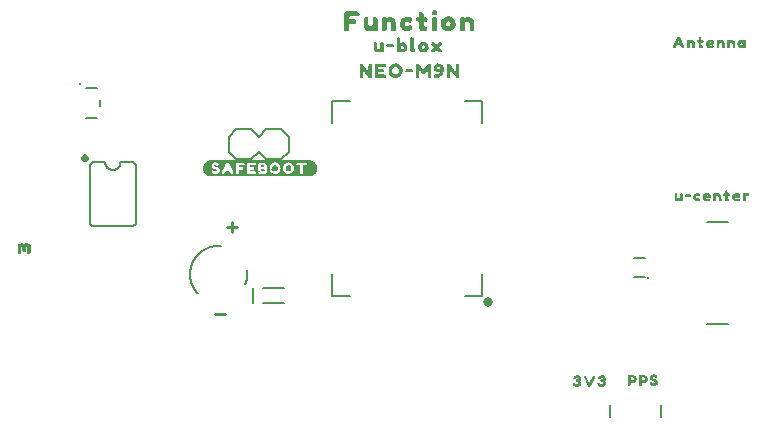
<source format=gto>
G04 EAGLE Gerber RS-274X export*
G75*
%MOMM*%
%FSLAX34Y34*%
%LPD*%
%INSilkscreen Top*%
%IPPOS*%
%AMOC8*
5,1,8,0,0,1.08239X$1,22.5*%
G01*
%ADD10C,0.228600*%
%ADD11C,0.152400*%
%ADD12C,0.203200*%
%ADD13C,0.254000*%
%ADD14C,0.177800*%
%ADD15C,0.812800*%
%ADD16C,0.300000*%
%ADD17R,0.040000X0.640000*%
%ADD18R,0.040000X0.800000*%
%ADD19R,0.040000X0.840000*%
%ADD20R,0.040000X0.280000*%
%ADD21R,0.040000X0.600000*%
%ADD22R,0.040000X0.680000*%
%ADD23R,0.040000X0.760000*%

G36*
X272644Y209054D02*
X272644Y209054D01*
X272647Y209051D01*
X274047Y209251D01*
X274048Y209252D01*
X274048Y209251D01*
X274648Y209351D01*
X274654Y209358D01*
X274659Y209355D01*
X275359Y209655D01*
X275361Y209657D01*
X275362Y209656D01*
X275962Y209956D01*
X275963Y209959D01*
X275965Y209958D01*
X276465Y210258D01*
X276466Y210259D01*
X276467Y210259D01*
X277067Y210659D01*
X277070Y210666D01*
X277075Y210665D01*
X277575Y211165D01*
X277575Y211169D01*
X277578Y211169D01*
X278378Y212169D01*
X278379Y212173D01*
X278381Y212173D01*
X278781Y212773D01*
X278781Y212778D01*
X278783Y212780D01*
X278782Y212783D01*
X278787Y212784D01*
X278987Y213384D01*
X278986Y213386D01*
X278987Y213386D01*
X279187Y214085D01*
X279387Y214684D01*
X279385Y214691D01*
X279389Y214693D01*
X279489Y215393D01*
X279486Y215398D01*
X279489Y215400D01*
X279489Y216100D01*
X279486Y216104D01*
X279489Y216107D01*
X279389Y216807D01*
X279388Y216808D01*
X279389Y216808D01*
X279289Y217408D01*
X279285Y217411D01*
X279287Y217414D01*
X279087Y218114D01*
X279086Y218115D01*
X279087Y218116D01*
X278887Y218716D01*
X278882Y218719D01*
X278884Y218722D01*
X278584Y219322D01*
X278580Y219324D01*
X278581Y219327D01*
X278181Y219927D01*
X278178Y219928D01*
X278178Y219931D01*
X277778Y220431D01*
X277774Y220432D01*
X277775Y220435D01*
X277275Y220935D01*
X277271Y220935D01*
X277271Y220938D01*
X276771Y221338D01*
X276767Y221339D01*
X276767Y221341D01*
X276167Y221741D01*
X276163Y221741D01*
X276162Y221744D01*
X274962Y222344D01*
X274955Y222343D01*
X274954Y222347D01*
X274254Y222547D01*
X274250Y222546D01*
X274248Y222549D01*
X273648Y222649D01*
X273647Y222648D01*
X273647Y222649D01*
X272947Y222749D01*
X272942Y222746D01*
X272940Y222749D01*
X189640Y222749D01*
X189636Y222746D01*
X189633Y222749D01*
X188233Y222549D01*
X188232Y222548D01*
X188232Y222549D01*
X187632Y222449D01*
X187625Y222441D01*
X187618Y222444D01*
X187019Y222145D01*
X186321Y221845D01*
X186318Y221841D01*
X186315Y221842D01*
X185815Y221542D01*
X185814Y221541D01*
X185813Y221541D01*
X185213Y221141D01*
X185210Y221134D01*
X185205Y221135D01*
X184705Y220635D01*
X184705Y220631D01*
X184702Y220631D01*
X183902Y219631D01*
X183901Y219627D01*
X183899Y219627D01*
X183499Y219027D01*
X183500Y219018D01*
X183499Y219017D01*
X183493Y219016D01*
X183293Y218416D01*
X183294Y218414D01*
X183293Y218414D01*
X183093Y217715D01*
X182893Y217116D01*
X182895Y217109D01*
X182891Y217107D01*
X182791Y216407D01*
X182793Y216403D01*
X182793Y216402D01*
X182791Y216400D01*
X182791Y215700D01*
X182794Y215696D01*
X182791Y215693D01*
X182891Y214993D01*
X182892Y214992D01*
X182891Y214992D01*
X182991Y214392D01*
X182995Y214389D01*
X182993Y214386D01*
X183193Y213686D01*
X183194Y213685D01*
X183193Y213684D01*
X183393Y213084D01*
X183398Y213081D01*
X183396Y213078D01*
X183696Y212478D01*
X183700Y212476D01*
X183699Y212473D01*
X184099Y211873D01*
X184102Y211872D01*
X184102Y211869D01*
X184502Y211369D01*
X184506Y211368D01*
X184505Y211365D01*
X185005Y210865D01*
X185009Y210865D01*
X185009Y210862D01*
X185509Y210462D01*
X185513Y210461D01*
X185513Y210459D01*
X186113Y210059D01*
X186117Y210059D01*
X186118Y210056D01*
X187318Y209456D01*
X187325Y209457D01*
X187326Y209453D01*
X188026Y209253D01*
X188030Y209254D01*
X188032Y209251D01*
X188632Y209151D01*
X188633Y209152D01*
X188633Y209151D01*
X189333Y209051D01*
X189338Y209054D01*
X189340Y209051D01*
X272640Y209051D01*
X272644Y209054D01*
G37*
G36*
X304344Y332018D02*
X304344Y332018D01*
X304351Y332012D01*
X305651Y332312D01*
X305668Y332333D01*
X305682Y332334D01*
X306182Y333134D01*
X306180Y333150D01*
X306189Y333156D01*
X306289Y334356D01*
X306287Y334359D01*
X306289Y334360D01*
X306289Y337835D01*
X306956Y338311D01*
X310540Y338311D01*
X310543Y338313D01*
X310544Y338311D01*
X311744Y338411D01*
X311762Y338427D01*
X311775Y338425D01*
X312475Y339125D01*
X312476Y339136D01*
X312479Y339139D01*
X312477Y339142D01*
X312478Y339147D01*
X312489Y339153D01*
X312689Y340553D01*
X312682Y340565D01*
X312688Y340572D01*
X312388Y341772D01*
X312370Y341787D01*
X312370Y341799D01*
X311570Y342399D01*
X311551Y342399D01*
X311549Y342403D01*
X311545Y342403D01*
X311540Y342409D01*
X306763Y342409D01*
X306289Y342978D01*
X306289Y344140D01*
X306860Y344711D01*
X313940Y344711D01*
X313949Y344717D01*
X313951Y344717D01*
X313956Y344721D01*
X313965Y344718D01*
X314965Y345318D01*
X314973Y345336D01*
X314983Y345344D01*
X314983Y345345D01*
X314988Y345347D01*
X315288Y346447D01*
X315283Y346458D01*
X315289Y346464D01*
X315189Y347764D01*
X315173Y347782D01*
X315175Y347795D01*
X314375Y348595D01*
X314354Y348598D01*
X314349Y348608D01*
X313249Y348808D01*
X313243Y348805D01*
X313240Y348809D01*
X303540Y348809D01*
X303534Y348805D01*
X303530Y348805D01*
X303526Y348802D01*
X303520Y348805D01*
X302620Y348405D01*
X302608Y348384D01*
X302604Y348381D01*
X302594Y348378D01*
X302194Y347378D01*
X302198Y347365D01*
X302191Y347360D01*
X302191Y334160D01*
X302193Y334157D01*
X302191Y334156D01*
X302291Y332956D01*
X302305Y332940D01*
X302303Y332928D01*
X302903Y332228D01*
X302927Y332223D01*
X302933Y332211D01*
X304333Y332011D01*
X304344Y332018D01*
G37*
G36*
X391047Y332016D02*
X391047Y332016D01*
X391052Y332012D01*
X392252Y332312D01*
X392256Y332317D01*
X392260Y332315D01*
X393360Y332815D01*
X393363Y332820D01*
X393367Y332819D01*
X394267Y333419D01*
X394270Y333426D01*
X394275Y333425D01*
X395175Y334325D01*
X395176Y334332D01*
X395180Y334332D01*
X395880Y335332D01*
X395880Y335340D01*
X395886Y335342D01*
X396286Y336342D01*
X396284Y336347D01*
X396288Y336348D01*
X396588Y337548D01*
X396584Y337556D01*
X396589Y337560D01*
X396589Y338860D01*
X396586Y338865D01*
X396589Y338868D01*
X396389Y340068D01*
X396384Y340073D01*
X396386Y340077D01*
X395986Y341177D01*
X395979Y341182D01*
X395981Y341187D01*
X395381Y342087D01*
X395376Y342089D01*
X395377Y342093D01*
X394577Y342993D01*
X394568Y342994D01*
X394568Y343000D01*
X393568Y343700D01*
X393561Y343700D01*
X393560Y343705D01*
X392460Y344205D01*
X392455Y344204D01*
X392453Y344208D01*
X391353Y344508D01*
X391344Y344504D01*
X391340Y344509D01*
X390140Y344509D01*
X390137Y344507D01*
X390136Y344509D01*
X388936Y344409D01*
X388929Y344403D01*
X388923Y344406D01*
X387823Y344006D01*
X387821Y344003D01*
X387818Y344004D01*
X386818Y343504D01*
X386815Y343497D01*
X386809Y343498D01*
X385809Y342698D01*
X385808Y342696D01*
X385806Y342696D01*
X384106Y341096D01*
X384102Y341068D01*
X384091Y341060D01*
X384091Y337260D01*
X384097Y337252D01*
X384093Y337247D01*
X384393Y336147D01*
X384399Y336142D01*
X384397Y336136D01*
X384997Y335036D01*
X385002Y335034D01*
X385001Y335030D01*
X385701Y334130D01*
X385708Y334128D01*
X385707Y334123D01*
X386607Y333323D01*
X386614Y333323D01*
X386615Y333318D01*
X387615Y332718D01*
X387619Y332718D01*
X387620Y332715D01*
X388720Y332215D01*
X388729Y332217D01*
X388732Y332211D01*
X389932Y332011D01*
X389937Y332014D01*
X389940Y332011D01*
X391040Y332011D01*
X391047Y332016D01*
G37*
G36*
X346043Y292503D02*
X346043Y292503D01*
X346045Y292501D01*
X346945Y292601D01*
X346949Y292605D01*
X346952Y292602D01*
X347752Y292802D01*
X347756Y292807D01*
X347759Y292805D01*
X348459Y293105D01*
X348463Y293112D01*
X348469Y293110D01*
X349869Y294110D01*
X349871Y294118D01*
X349877Y294118D01*
X350477Y294818D01*
X350478Y294825D01*
X350483Y294826D01*
X351283Y296226D01*
X351282Y296229D01*
X351284Y296230D01*
X351282Y296233D01*
X351281Y296235D01*
X351288Y296238D01*
X351488Y297038D01*
X351487Y297039D01*
X351488Y297039D01*
X351688Y297939D01*
X351685Y297947D01*
X351689Y297950D01*
X351689Y299650D01*
X351684Y299657D01*
X351688Y299662D01*
X351488Y300462D01*
X351484Y300465D01*
X351486Y300467D01*
X351186Y301267D01*
X351181Y301270D01*
X351183Y301274D01*
X350783Y301974D01*
X350779Y301976D01*
X350780Y301979D01*
X350280Y302679D01*
X350272Y302681D01*
X350272Y302687D01*
X349572Y303287D01*
X349572Y303288D01*
X348972Y303788D01*
X348963Y303788D01*
X348962Y303794D01*
X348162Y304194D01*
X348160Y304194D01*
X348159Y304195D01*
X347459Y304495D01*
X347453Y304494D01*
X347451Y304498D01*
X346551Y304698D01*
X346547Y304697D01*
X346546Y304699D01*
X345746Y304799D01*
X345737Y304794D01*
X345732Y304799D01*
X345133Y304699D01*
X344334Y304599D01*
X344331Y304596D01*
X344328Y304598D01*
X343528Y304398D01*
X343522Y304390D01*
X343516Y304393D01*
X342816Y303993D01*
X342814Y303989D01*
X342811Y303990D01*
X342111Y303490D01*
X342110Y303484D01*
X342105Y303485D01*
X340905Y302285D01*
X340904Y302275D01*
X340897Y302274D01*
X340497Y301574D01*
X340498Y301569D01*
X340494Y301567D01*
X340194Y300767D01*
X340195Y300763D01*
X340192Y300762D01*
X339992Y299962D01*
X339994Y299957D01*
X339991Y299955D01*
X339891Y299055D01*
X339893Y299052D01*
X339891Y299050D01*
X339891Y298150D01*
X339894Y298146D01*
X339891Y298144D01*
X339991Y297344D01*
X339994Y297341D01*
X339992Y297338D01*
X340192Y296538D01*
X340197Y296534D01*
X340195Y296531D01*
X340495Y295831D01*
X340537Y295807D01*
X340514Y295792D01*
X340507Y295774D01*
X340495Y295765D01*
X340501Y295757D01*
X340493Y295736D01*
X340500Y295733D01*
X340497Y295726D01*
X340897Y295026D01*
X340906Y295022D01*
X340905Y295015D01*
X342105Y293815D01*
X342111Y293814D01*
X342111Y293810D01*
X342811Y293310D01*
X342817Y293310D01*
X342818Y293306D01*
X343618Y292906D01*
X343620Y292906D01*
X343621Y292905D01*
X344321Y292605D01*
X344331Y292607D01*
X344335Y292601D01*
X345235Y292501D01*
X345238Y292503D01*
X345240Y292501D01*
X346040Y292501D01*
X346043Y292503D01*
G37*
G36*
X411443Y332111D02*
X411443Y332111D01*
X411458Y332124D01*
X411470Y332121D01*
X412270Y332721D01*
X412277Y332745D01*
X412288Y332751D01*
X412488Y333851D01*
X412485Y333857D01*
X412489Y333860D01*
X412489Y338660D01*
X412486Y338665D01*
X412489Y338668D01*
X412289Y339868D01*
X412284Y339873D01*
X412286Y339877D01*
X411886Y340977D01*
X411878Y340982D01*
X411880Y340988D01*
X411180Y341988D01*
X411176Y341990D01*
X411177Y341993D01*
X410377Y342893D01*
X410366Y342895D01*
X410365Y342902D01*
X409365Y343502D01*
X409358Y343501D01*
X409357Y343506D01*
X408257Y343906D01*
X408251Y343904D01*
X408249Y343908D01*
X407149Y344108D01*
X407138Y344103D01*
X407132Y344109D01*
X405932Y343909D01*
X405921Y343897D01*
X405912Y343900D01*
X404921Y343207D01*
X404364Y343114D01*
X403882Y343886D01*
X403854Y343897D01*
X403847Y343909D01*
X402447Y344109D01*
X402438Y344104D01*
X402433Y344109D01*
X401033Y343909D01*
X401014Y343890D01*
X401001Y343890D01*
X400401Y343090D01*
X400401Y343068D01*
X400391Y343060D01*
X400391Y333560D01*
X400397Y333552D01*
X400393Y333546D01*
X400693Y332546D01*
X400715Y332529D01*
X400718Y332516D01*
X401718Y332016D01*
X401736Y332019D01*
X401743Y332011D01*
X403343Y332111D01*
X403356Y332122D01*
X403366Y332118D01*
X404166Y332618D01*
X404176Y332644D01*
X404188Y332650D01*
X404388Y333650D01*
X404385Y333657D01*
X404389Y333660D01*
X404389Y337358D01*
X404488Y338546D01*
X404976Y339522D01*
X406049Y340010D01*
X407222Y339912D01*
X407998Y339330D01*
X408391Y338152D01*
X408391Y333360D01*
X408400Y333348D01*
X408395Y333340D01*
X408795Y332440D01*
X408819Y332427D01*
X408823Y332414D01*
X409923Y332014D01*
X409937Y332018D01*
X409943Y332011D01*
X411443Y332111D01*
G37*
G36*
X324146Y332018D02*
X324146Y332018D01*
X324153Y332013D01*
X325253Y332313D01*
X325259Y332320D01*
X325265Y332318D01*
X326262Y332916D01*
X326720Y333099D01*
X327198Y332334D01*
X327223Y332324D01*
X327229Y332312D01*
X328529Y332012D01*
X328541Y332017D01*
X328547Y332011D01*
X329947Y332211D01*
X329962Y332227D01*
X329975Y332225D01*
X330675Y332925D01*
X330678Y332949D01*
X330689Y332956D01*
X330789Y334056D01*
X330787Y334058D01*
X330789Y334060D01*
X330789Y342460D01*
X330783Y342468D01*
X330787Y342474D01*
X330487Y343474D01*
X330466Y343490D01*
X330464Y343503D01*
X329564Y344003D01*
X329547Y344001D01*
X329540Y344009D01*
X328040Y344009D01*
X328029Y344001D01*
X328022Y344006D01*
X327022Y343606D01*
X327006Y343579D01*
X326993Y343574D01*
X326693Y342574D01*
X326696Y342566D01*
X326693Y342564D01*
X326694Y342562D01*
X326691Y342560D01*
X326691Y337771D01*
X326202Y336696D01*
X325228Y336209D01*
X324054Y336209D01*
X323082Y336792D01*
X322789Y337867D01*
X322789Y341460D01*
X322787Y341462D01*
X322789Y341464D01*
X322689Y342764D01*
X322683Y342770D01*
X322687Y342776D01*
X322387Y343676D01*
X322360Y343694D01*
X322356Y343707D01*
X321156Y344107D01*
X321141Y344102D01*
X321134Y344109D01*
X319634Y343909D01*
X319619Y343895D01*
X319608Y343897D01*
X318908Y343297D01*
X318903Y343275D01*
X318892Y343270D01*
X318692Y342270D01*
X318695Y342263D01*
X318691Y342260D01*
X318691Y338560D01*
X318693Y338557D01*
X318691Y338556D01*
X318791Y337356D01*
X318793Y337354D01*
X318791Y337352D01*
X318991Y336152D01*
X318997Y336146D01*
X318994Y336142D01*
X319394Y335142D01*
X319399Y335139D01*
X319398Y335135D01*
X319998Y334135D01*
X320004Y334132D01*
X320003Y334127D01*
X320803Y333227D01*
X320812Y333226D01*
X320812Y333220D01*
X321812Y332520D01*
X321821Y332520D01*
X321823Y332514D01*
X322923Y332114D01*
X322932Y332117D01*
X322936Y332111D01*
X324136Y332011D01*
X324146Y332018D01*
G37*
G36*
X345343Y332111D02*
X345343Y332111D01*
X345360Y332125D01*
X345372Y332123D01*
X346072Y332723D01*
X346075Y332736D01*
X346077Y332745D01*
X346088Y332751D01*
X346288Y333851D01*
X346285Y333857D01*
X346289Y333860D01*
X346289Y338660D01*
X346286Y338665D01*
X346289Y338668D01*
X346089Y339868D01*
X346084Y339873D01*
X346086Y339877D01*
X345686Y340977D01*
X345680Y340981D01*
X345682Y340985D01*
X345082Y341985D01*
X345076Y341988D01*
X345077Y341993D01*
X344277Y342893D01*
X344266Y342895D01*
X344265Y342902D01*
X343265Y343502D01*
X343258Y343501D01*
X343257Y343506D01*
X342157Y343906D01*
X342150Y343904D01*
X342148Y343909D01*
X340948Y344109D01*
X340938Y344103D01*
X340932Y344109D01*
X339732Y343909D01*
X339720Y343896D01*
X339710Y343899D01*
X338820Y343207D01*
X338165Y343113D01*
X337682Y343886D01*
X337654Y343897D01*
X337648Y343909D01*
X336348Y344109D01*
X336338Y344104D01*
X336333Y344109D01*
X334933Y343909D01*
X334914Y343890D01*
X334901Y343890D01*
X334301Y343090D01*
X334301Y343068D01*
X334291Y343060D01*
X334291Y333560D01*
X334297Y333552D01*
X334293Y333546D01*
X334593Y332546D01*
X334615Y332529D01*
X334618Y332516D01*
X335618Y332016D01*
X335636Y332019D01*
X335643Y332011D01*
X337143Y332111D01*
X337156Y332122D01*
X337166Y332118D01*
X337966Y332618D01*
X337975Y332641D01*
X337987Y332646D01*
X338287Y333646D01*
X338284Y333656D01*
X338289Y333660D01*
X338289Y338546D01*
X338875Y339522D01*
X339850Y340010D01*
X341023Y339912D01*
X341897Y339330D01*
X342191Y338154D01*
X342191Y334560D01*
X342193Y334557D01*
X342191Y334556D01*
X342291Y333356D01*
X342297Y333349D01*
X342293Y333344D01*
X342593Y332444D01*
X342620Y332426D01*
X342624Y332413D01*
X343824Y332013D01*
X343837Y332018D01*
X343843Y332011D01*
X345343Y332111D01*
G37*
G36*
X375156Y292513D02*
X375156Y292513D01*
X375167Y292509D01*
X375767Y292909D01*
X375774Y292927D01*
X375778Y292931D01*
X375776Y292933D01*
X375788Y292938D01*
X375988Y293738D01*
X375984Y293746D01*
X375989Y293750D01*
X375989Y303250D01*
X375986Y303254D01*
X375989Y303257D01*
X375889Y303957D01*
X375868Y303977D01*
X375867Y303991D01*
X375267Y304391D01*
X375250Y304390D01*
X375245Y304399D01*
X374245Y304499D01*
X374231Y304491D01*
X374223Y304496D01*
X373423Y304196D01*
X373413Y304181D01*
X373402Y304182D01*
X371802Y302282D01*
X371802Y302280D01*
X371801Y302280D01*
X369906Y299786D01*
X369352Y299417D01*
X366380Y303479D01*
X366377Y303480D01*
X366377Y303482D01*
X365777Y304182D01*
X365762Y304185D01*
X365759Y304195D01*
X365059Y304495D01*
X365046Y304492D01*
X365040Y304499D01*
X364040Y304499D01*
X364026Y304488D01*
X364016Y304493D01*
X363316Y304093D01*
X363305Y304068D01*
X363293Y304064D01*
X363093Y303364D01*
X363096Y303354D01*
X363091Y303350D01*
X363091Y293950D01*
X363094Y293946D01*
X363091Y293944D01*
X363191Y293144D01*
X363207Y293128D01*
X363205Y293115D01*
X363705Y292615D01*
X363728Y292612D01*
X363735Y292601D01*
X364735Y292501D01*
X364745Y292507D01*
X364751Y292502D01*
X365651Y292702D01*
X365671Y292725D01*
X365684Y292728D01*
X365984Y293328D01*
X365981Y293344D01*
X365989Y293350D01*
X365989Y299231D01*
X366102Y299118D01*
X368300Y296121D01*
X368311Y296118D01*
X368311Y296110D01*
X369011Y295610D01*
X369031Y295610D01*
X369036Y295604D01*
X369038Y295604D01*
X369040Y295601D01*
X369840Y295601D01*
X369844Y295604D01*
X369846Y295604D01*
X369854Y295610D01*
X369862Y295606D01*
X370662Y296006D01*
X370670Y296022D01*
X370681Y296023D01*
X371081Y296622D01*
X372991Y299296D01*
X372991Y294350D01*
X372993Y294347D01*
X372991Y294345D01*
X373091Y293445D01*
X373098Y293437D01*
X373095Y293431D01*
X373395Y292731D01*
X373423Y292715D01*
X373428Y292702D01*
X374228Y292502D01*
X374236Y292506D01*
X374240Y292501D01*
X375140Y292501D01*
X375156Y292513D01*
G37*
G36*
X370142Y332014D02*
X370142Y332014D01*
X370144Y332011D01*
X371244Y332111D01*
X371259Y332124D01*
X371270Y332121D01*
X372070Y332721D01*
X372077Y332747D01*
X372089Y332753D01*
X372289Y334153D01*
X372283Y334163D01*
X372289Y334168D01*
X372089Y335368D01*
X372063Y335392D01*
X372060Y335405D01*
X371160Y335805D01*
X371151Y335803D01*
X371148Y335809D01*
X369874Y336005D01*
X369489Y336870D01*
X369489Y339155D01*
X369679Y340007D01*
X370836Y339911D01*
X370844Y339916D01*
X370849Y339912D01*
X371949Y340112D01*
X371961Y340125D01*
X371972Y340123D01*
X372672Y340723D01*
X372677Y340747D01*
X372689Y340753D01*
X372889Y342153D01*
X372882Y342164D01*
X372888Y342171D01*
X372588Y343471D01*
X372567Y343488D01*
X372566Y343502D01*
X371766Y344002D01*
X371750Y344000D01*
X371744Y344009D01*
X370644Y344109D01*
X370639Y344106D01*
X370636Y344109D01*
X369489Y344014D01*
X369489Y346260D01*
X369486Y346265D01*
X369489Y346268D01*
X369289Y347468D01*
X369270Y347486D01*
X369270Y347499D01*
X368470Y348099D01*
X368450Y348099D01*
X368444Y348109D01*
X367044Y348209D01*
X367033Y348203D01*
X367027Y348208D01*
X365927Y347908D01*
X365910Y347886D01*
X365897Y347884D01*
X365397Y346984D01*
X365399Y346967D01*
X365391Y346960D01*
X365391Y344578D01*
X364914Y344005D01*
X363831Y343808D01*
X363807Y343782D01*
X363794Y343778D01*
X363394Y342778D01*
X363397Y342768D01*
X363391Y342764D01*
X363291Y341464D01*
X363298Y341454D01*
X363293Y341447D01*
X363593Y340347D01*
X363620Y340326D01*
X363624Y340313D01*
X365391Y339725D01*
X365391Y337360D01*
X365393Y337358D01*
X365391Y337356D01*
X365491Y336056D01*
X365493Y336054D01*
X365491Y336053D01*
X365691Y334753D01*
X365697Y334747D01*
X365694Y334742D01*
X366094Y333742D01*
X366104Y333736D01*
X366103Y333728D01*
X366703Y333028D01*
X366712Y333026D01*
X366713Y333019D01*
X367613Y332419D01*
X367624Y332420D01*
X367627Y332413D01*
X368727Y332113D01*
X368734Y332115D01*
X368737Y332111D01*
X370137Y332011D01*
X370142Y332014D01*
G37*
G36*
X317148Y292507D02*
X317148Y292507D01*
X317154Y292503D01*
X317854Y292703D01*
X317872Y292727D01*
X317885Y292731D01*
X318185Y293431D01*
X318182Y293444D01*
X318189Y293450D01*
X318189Y299104D01*
X322601Y293320D01*
X322606Y293319D01*
X322605Y293315D01*
X323305Y292615D01*
X323328Y292612D01*
X323334Y292601D01*
X324134Y292501D01*
X324141Y292505D01*
X324144Y292501D01*
X325244Y292601D01*
X325265Y292620D01*
X325278Y292619D01*
X325678Y293119D01*
X325679Y293127D01*
X325680Y293128D01*
X325679Y293130D01*
X325679Y293138D01*
X325689Y293144D01*
X325789Y293944D01*
X325787Y293948D01*
X325789Y293950D01*
X325789Y303350D01*
X325783Y303358D01*
X325787Y303364D01*
X325587Y304064D01*
X325566Y304079D01*
X325564Y304093D01*
X324864Y304493D01*
X324847Y304490D01*
X324840Y304499D01*
X323940Y304499D01*
X323933Y304494D01*
X323928Y304498D01*
X323128Y304298D01*
X323104Y304268D01*
X323093Y304264D01*
X322893Y303564D01*
X322895Y303557D01*
X322891Y303555D01*
X322791Y302555D01*
X322793Y302552D01*
X322791Y302550D01*
X322791Y297701D01*
X320980Y300179D01*
X320979Y300179D01*
X320979Y300180D01*
X318379Y303580D01*
X318378Y303580D01*
X318378Y303582D01*
X317878Y304182D01*
X317860Y304186D01*
X317857Y304196D01*
X317057Y304496D01*
X317042Y304491D01*
X317035Y304499D01*
X316135Y304399D01*
X316124Y304389D01*
X316116Y304393D01*
X315416Y303993D01*
X315403Y303963D01*
X315391Y303956D01*
X315291Y303156D01*
X315293Y303153D01*
X315293Y303152D01*
X315291Y303150D01*
X315291Y293850D01*
X315294Y293846D01*
X315291Y293844D01*
X315391Y293044D01*
X315409Y293026D01*
X315408Y293012D01*
X316008Y292512D01*
X316032Y292511D01*
X316040Y292501D01*
X317140Y292501D01*
X317148Y292507D01*
G37*
G36*
X391148Y292507D02*
X391148Y292507D01*
X391154Y292503D01*
X391854Y292703D01*
X391872Y292727D01*
X391885Y292731D01*
X392185Y293431D01*
X392182Y293444D01*
X392189Y293450D01*
X392189Y299104D01*
X396601Y293320D01*
X396606Y293319D01*
X396605Y293315D01*
X397305Y292615D01*
X397328Y292612D01*
X397334Y292601D01*
X398134Y292501D01*
X398141Y292505D01*
X398145Y292501D01*
X399145Y292601D01*
X399162Y292617D01*
X399175Y292615D01*
X399675Y293115D01*
X399676Y293126D01*
X399678Y293128D01*
X399677Y293130D01*
X399678Y293138D01*
X399689Y293144D01*
X399789Y293944D01*
X399787Y293948D01*
X399789Y293950D01*
X399789Y303350D01*
X399783Y303358D01*
X399787Y303364D01*
X399587Y304064D01*
X399566Y304079D01*
X399564Y304093D01*
X398864Y304493D01*
X398847Y304490D01*
X398840Y304499D01*
X397940Y304499D01*
X397933Y304494D01*
X397928Y304498D01*
X397128Y304298D01*
X397104Y304268D01*
X397093Y304264D01*
X396893Y303564D01*
X396895Y303557D01*
X396891Y303555D01*
X396791Y302555D01*
X396793Y302552D01*
X396791Y302550D01*
X396791Y297700D01*
X395480Y299479D01*
X395479Y299479D01*
X395479Y299480D01*
X392379Y303580D01*
X392378Y303580D01*
X392378Y303582D01*
X391878Y304182D01*
X391860Y304186D01*
X391857Y304196D01*
X391057Y304496D01*
X391042Y304491D01*
X391035Y304499D01*
X390135Y304399D01*
X390124Y304389D01*
X390116Y304393D01*
X389416Y303993D01*
X389403Y303963D01*
X389391Y303956D01*
X389291Y303156D01*
X389293Y303153D01*
X389293Y303152D01*
X389291Y303150D01*
X389291Y293850D01*
X389294Y293846D01*
X389291Y293844D01*
X389391Y293044D01*
X389409Y293026D01*
X389408Y293012D01*
X390008Y292512D01*
X390032Y292511D01*
X390040Y292501D01*
X391140Y292501D01*
X391148Y292507D01*
G37*
G36*
X356448Y332017D02*
X356448Y332017D01*
X356453Y332013D01*
X357553Y332313D01*
X357557Y332317D01*
X357560Y332315D01*
X358660Y332815D01*
X358665Y332823D01*
X358671Y332822D01*
X359671Y333622D01*
X359675Y333638D01*
X359685Y333640D01*
X360085Y334540D01*
X360081Y334557D01*
X360083Y334558D01*
X360080Y334563D01*
X360079Y334566D01*
X360086Y334577D01*
X359686Y335677D01*
X359675Y335684D01*
X359676Y335693D01*
X358676Y336793D01*
X358660Y336796D01*
X358657Y336806D01*
X357857Y337106D01*
X357829Y337098D01*
X357816Y337103D01*
X356720Y336505D01*
X355539Y336111D01*
X354464Y336404D01*
X353589Y337182D01*
X353589Y338351D01*
X353981Y339429D01*
X354956Y340111D01*
X356127Y340111D01*
X357216Y339517D01*
X357223Y339518D01*
X357224Y339513D01*
X358124Y339213D01*
X358155Y339223D01*
X358167Y339219D01*
X359067Y339819D01*
X359072Y339832D01*
X359081Y339833D01*
X359881Y341033D01*
X359880Y341047D01*
X359888Y341051D01*
X360088Y342151D01*
X360075Y342177D01*
X360079Y342190D01*
X359379Y343090D01*
X359366Y343094D01*
X359365Y343102D01*
X358365Y343702D01*
X358357Y343701D01*
X358356Y343707D01*
X357156Y344107D01*
X357150Y344105D01*
X357148Y344109D01*
X355948Y344309D01*
X355943Y344306D01*
X355940Y344309D01*
X354740Y344309D01*
X354732Y344303D01*
X354727Y344308D01*
X353627Y344008D01*
X353623Y344003D01*
X353620Y344005D01*
X352520Y343505D01*
X352516Y343499D01*
X352512Y343500D01*
X351512Y342800D01*
X351510Y342794D01*
X351505Y342795D01*
X350705Y341995D01*
X350704Y341987D01*
X350698Y341986D01*
X349998Y340886D01*
X349999Y340879D01*
X349994Y340877D01*
X349594Y339777D01*
X349597Y339768D01*
X349591Y339764D01*
X349491Y338564D01*
X349493Y338561D01*
X349491Y338560D01*
X349491Y337360D01*
X349497Y337352D01*
X349493Y337347D01*
X349793Y336247D01*
X349797Y336243D01*
X349795Y336240D01*
X350295Y335140D01*
X350301Y335136D01*
X350300Y335132D01*
X351000Y334132D01*
X351008Y334129D01*
X351007Y334123D01*
X351907Y333323D01*
X351914Y333323D01*
X351915Y333318D01*
X352915Y332718D01*
X352919Y332718D01*
X352920Y332715D01*
X354020Y332215D01*
X354028Y332217D01*
X354031Y332212D01*
X355131Y332012D01*
X355137Y332015D01*
X355140Y332011D01*
X356440Y332011D01*
X356448Y332017D01*
G37*
G36*
X336753Y292510D02*
X336753Y292510D01*
X336762Y292506D01*
X337362Y292806D01*
X337373Y292828D01*
X337375Y292829D01*
X337386Y292833D01*
X337686Y293633D01*
X337682Y293648D01*
X337689Y293654D01*
X337589Y294754D01*
X337573Y294772D01*
X337575Y294785D01*
X337075Y295285D01*
X337056Y295287D01*
X337052Y295298D01*
X336252Y295498D01*
X336244Y295494D01*
X336240Y295499D01*
X331189Y295499D01*
X331189Y296247D01*
X331283Y297001D01*
X334740Y297001D01*
X334748Y297007D01*
X334754Y297003D01*
X335454Y297203D01*
X335472Y297227D01*
X335485Y297231D01*
X335785Y297931D01*
X335782Y297944D01*
X335789Y297950D01*
X335789Y299050D01*
X335780Y299063D01*
X335784Y299072D01*
X335484Y299672D01*
X335458Y299685D01*
X335454Y299697D01*
X334754Y299897D01*
X334744Y299894D01*
X334740Y299899D01*
X331283Y299899D01*
X331189Y300653D01*
X331189Y301407D01*
X331943Y301501D01*
X336140Y301501D01*
X336143Y301503D01*
X336145Y301501D01*
X337045Y301601D01*
X337065Y301620D01*
X337078Y301619D01*
X337478Y302119D01*
X337479Y302133D01*
X337488Y302140D01*
X337688Y303140D01*
X337682Y303153D01*
X337688Y303161D01*
X337488Y304061D01*
X337468Y304078D01*
X337467Y304091D01*
X336867Y304491D01*
X336847Y304490D01*
X336840Y304499D01*
X329040Y304499D01*
X329022Y304485D01*
X329009Y304488D01*
X328509Y304088D01*
X328504Y304067D01*
X328492Y304062D01*
X328292Y303262D01*
X328296Y303254D01*
X328291Y303250D01*
X328291Y293850D01*
X328294Y293846D01*
X328291Y293844D01*
X328391Y293044D01*
X328410Y293025D01*
X328409Y293012D01*
X328909Y292612D01*
X328929Y292611D01*
X328935Y292601D01*
X329935Y292501D01*
X329938Y292503D01*
X329940Y292501D01*
X336740Y292501D01*
X336753Y292510D01*
G37*
G36*
X348984Y314102D02*
X348984Y314102D01*
X348994Y314097D01*
X349693Y314496D01*
X350068Y314684D01*
X350746Y314297D01*
X350756Y314299D01*
X350759Y314292D01*
X351659Y314092D01*
X351667Y314095D01*
X351670Y314091D01*
X352470Y314091D01*
X352481Y314099D01*
X352489Y314095D01*
X353189Y314395D01*
X353192Y314400D01*
X353196Y314398D01*
X353996Y314898D01*
X354000Y314908D01*
X354007Y314908D01*
X354607Y315608D01*
X354608Y315611D01*
X354610Y315611D01*
X355110Y316311D01*
X355110Y316317D01*
X355114Y316318D01*
X355514Y317118D01*
X355512Y317127D01*
X355518Y317131D01*
X355517Y317133D01*
X355519Y317134D01*
X355619Y317934D01*
X355619Y317935D01*
X355719Y318835D01*
X355713Y318845D01*
X355718Y318852D01*
X355518Y319652D01*
X355513Y319656D01*
X355515Y319659D01*
X355215Y320359D01*
X355210Y320362D01*
X355212Y320366D01*
X354712Y321166D01*
X354704Y321169D01*
X354705Y321175D01*
X354105Y321775D01*
X354097Y321776D01*
X354096Y321782D01*
X353296Y322282D01*
X353290Y322281D01*
X353289Y322285D01*
X352589Y322585D01*
X352580Y322583D01*
X352576Y322589D01*
X351776Y322689D01*
X351772Y322687D01*
X351770Y322689D01*
X351170Y322689D01*
X351160Y322682D01*
X351153Y322686D01*
X350353Y322386D01*
X350349Y322380D01*
X350345Y322382D01*
X349919Y322127D01*
X349919Y325540D01*
X349913Y325548D01*
X349917Y325554D01*
X349717Y326254D01*
X349698Y326268D01*
X349697Y326281D01*
X349097Y326681D01*
X349077Y326680D01*
X349070Y326689D01*
X347970Y326689D01*
X347956Y326678D01*
X347946Y326683D01*
X347246Y326283D01*
X347235Y326258D01*
X347223Y326254D01*
X347023Y325554D01*
X347026Y325544D01*
X347021Y325540D01*
X347021Y315240D01*
X347026Y315233D01*
X347022Y315228D01*
X347222Y314428D01*
X347245Y314409D01*
X347248Y314396D01*
X347848Y314096D01*
X347864Y314099D01*
X347870Y314091D01*
X348970Y314091D01*
X348984Y314102D01*
G37*
G36*
X380846Y292506D02*
X380846Y292506D01*
X380851Y292502D01*
X381751Y292702D01*
X381751Y292703D01*
X381752Y292702D01*
X382552Y292902D01*
X382558Y292910D01*
X382564Y292907D01*
X383964Y293707D01*
X383968Y293716D01*
X383975Y293715D01*
X384575Y294315D01*
X384575Y294319D01*
X384578Y294318D01*
X385078Y294918D01*
X385078Y294921D01*
X385080Y294921D01*
X385580Y295621D01*
X385580Y295629D01*
X385585Y295631D01*
X385885Y296331D01*
X385885Y296332D01*
X385886Y296333D01*
X386186Y297133D01*
X386185Y297137D01*
X386188Y297138D01*
X386388Y297938D01*
X386387Y297939D01*
X386388Y297939D01*
X386588Y298839D01*
X386585Y298847D01*
X386589Y298850D01*
X386589Y300650D01*
X386584Y300656D01*
X386588Y300661D01*
X386388Y301561D01*
X386384Y301564D01*
X386386Y301567D01*
X386086Y302367D01*
X386079Y302372D01*
X386081Y302377D01*
X385681Y302977D01*
X385680Y302978D01*
X385680Y302979D01*
X385180Y303679D01*
X385168Y303682D01*
X385167Y303691D01*
X384567Y304091D01*
X384563Y304091D01*
X384562Y304094D01*
X383762Y304494D01*
X383750Y304492D01*
X383746Y304499D01*
X382946Y304599D01*
X382945Y304598D01*
X382945Y304599D01*
X381945Y304699D01*
X381934Y304693D01*
X381928Y304698D01*
X380328Y304298D01*
X380320Y304287D01*
X380311Y304290D01*
X379611Y303790D01*
X379610Y303784D01*
X379605Y303785D01*
X379005Y303185D01*
X379004Y303175D01*
X378997Y303174D01*
X378597Y302474D01*
X378598Y302469D01*
X378594Y302467D01*
X378294Y301667D01*
X378296Y301659D01*
X378291Y301656D01*
X378191Y300856D01*
X378193Y300852D01*
X378191Y300850D01*
X378191Y300750D01*
X378194Y300746D01*
X378191Y300744D01*
X378291Y299944D01*
X378300Y299935D01*
X378296Y299928D01*
X378696Y299128D01*
X378704Y299124D01*
X378703Y299118D01*
X379303Y298418D01*
X379309Y298417D01*
X379308Y298412D01*
X379908Y297912D01*
X379917Y297912D01*
X379918Y297906D01*
X380718Y297506D01*
X380726Y297507D01*
X380728Y297502D01*
X381528Y297302D01*
X381536Y297306D01*
X381540Y297301D01*
X382340Y297301D01*
X382346Y297306D01*
X382351Y297302D01*
X383160Y297482D01*
X382997Y297074D01*
X382505Y296385D01*
X381817Y295894D01*
X381028Y295598D01*
X380234Y295499D01*
X379335Y295399D01*
X379323Y295388D01*
X379313Y295391D01*
X378713Y294991D01*
X378704Y294967D01*
X378692Y294962D01*
X378492Y294162D01*
X378497Y294151D01*
X378491Y294145D01*
X378591Y293145D01*
X378607Y293128D01*
X378605Y293115D01*
X379105Y292615D01*
X379128Y292612D01*
X379134Y292601D01*
X379934Y292501D01*
X379938Y292503D01*
X379940Y292501D01*
X380840Y292501D01*
X380846Y292506D01*
G37*
G36*
X369877Y314096D02*
X369877Y314096D01*
X369882Y314092D01*
X370682Y314292D01*
X370685Y314296D01*
X370687Y314294D01*
X371487Y314594D01*
X371492Y314602D01*
X371499Y314600D01*
X372199Y315100D01*
X372200Y315106D01*
X372205Y315105D01*
X372805Y315705D01*
X372806Y315711D01*
X372810Y315711D01*
X373310Y316411D01*
X373310Y316421D01*
X373316Y316423D01*
X373616Y317223D01*
X373615Y317227D01*
X373618Y317228D01*
X373818Y318028D01*
X373814Y318036D01*
X373819Y318040D01*
X373819Y318940D01*
X373814Y318946D01*
X373818Y318951D01*
X373618Y319851D01*
X373616Y319852D01*
X373617Y319854D01*
X373417Y320554D01*
X373408Y320561D01*
X373410Y320569D01*
X372910Y321269D01*
X372907Y321270D01*
X372907Y321272D01*
X372307Y321972D01*
X372299Y321974D01*
X372299Y321980D01*
X371599Y322480D01*
X371591Y322480D01*
X371589Y322485D01*
X370889Y322785D01*
X370884Y322784D01*
X370882Y322788D01*
X370082Y322988D01*
X370077Y322986D01*
X370075Y322989D01*
X369175Y323089D01*
X369168Y323085D01*
X369164Y323089D01*
X368364Y322989D01*
X368358Y322983D01*
X368353Y322986D01*
X367553Y322686D01*
X367551Y322683D01*
X367548Y322684D01*
X366748Y322284D01*
X366744Y322277D01*
X366738Y322278D01*
X366138Y321778D01*
X366138Y321776D01*
X366137Y321776D01*
X364837Y320576D01*
X364834Y320563D01*
X364825Y320556D01*
X364831Y320548D01*
X364821Y320540D01*
X364821Y317840D01*
X364828Y317830D01*
X364824Y317823D01*
X365424Y316223D01*
X365437Y316215D01*
X365435Y316205D01*
X366635Y315005D01*
X366645Y315004D01*
X366646Y314997D01*
X367346Y314597D01*
X367327Y314564D01*
X367335Y314505D01*
X367349Y314507D01*
X367353Y314494D01*
X368153Y314194D01*
X368161Y314196D01*
X368164Y314191D01*
X368964Y314091D01*
X368968Y314093D01*
X368970Y314091D01*
X369870Y314091D01*
X369877Y314096D01*
G37*
G36*
X335274Y314191D02*
X335274Y314191D01*
X335292Y314207D01*
X335305Y314205D01*
X335805Y314705D01*
X335806Y314716D01*
X335808Y314718D01*
X335807Y314720D01*
X335808Y314728D01*
X335819Y314734D01*
X335919Y315534D01*
X335917Y315538D01*
X335919Y315540D01*
X335919Y321540D01*
X335913Y321548D01*
X335917Y321554D01*
X335717Y322254D01*
X335696Y322269D01*
X335694Y322283D01*
X334994Y322683D01*
X334977Y322680D01*
X334970Y322689D01*
X333870Y322689D01*
X333859Y322681D01*
X333851Y322685D01*
X333151Y322385D01*
X333135Y322358D01*
X333123Y322354D01*
X332923Y321654D01*
X332926Y321644D01*
X332921Y321640D01*
X332921Y318153D01*
X332534Y317476D01*
X331857Y317089D01*
X330988Y317089D01*
X330411Y317570D01*
X330119Y318250D01*
X330119Y321740D01*
X330110Y321753D01*
X330114Y321762D01*
X329814Y322362D01*
X329791Y322373D01*
X329787Y322386D01*
X328987Y322686D01*
X328972Y322682D01*
X328966Y322689D01*
X327866Y322589D01*
X327851Y322576D01*
X327839Y322578D01*
X327339Y322178D01*
X327333Y322153D01*
X327321Y322146D01*
X327221Y321346D01*
X327223Y321342D01*
X327221Y321340D01*
X327221Y317940D01*
X327226Y317934D01*
X327222Y317929D01*
X327422Y317029D01*
X327427Y317025D01*
X327425Y317021D01*
X327725Y316321D01*
X327727Y316319D01*
X327726Y316318D01*
X328126Y315518D01*
X328136Y315513D01*
X328135Y315505D01*
X328735Y314905D01*
X328741Y314904D01*
X328741Y314900D01*
X329441Y314400D01*
X329454Y314400D01*
X329456Y314393D01*
X330156Y314193D01*
X330162Y314195D01*
X330165Y314191D01*
X331065Y314091D01*
X331075Y314098D01*
X331082Y314092D01*
X331882Y314292D01*
X331888Y314300D01*
X331894Y314297D01*
X332593Y314696D01*
X332953Y314877D01*
X333329Y314313D01*
X333353Y314304D01*
X333358Y314292D01*
X334158Y314092D01*
X334169Y314097D01*
X334174Y314091D01*
X335274Y314191D01*
G37*
G36*
X553673Y31589D02*
X553673Y31589D01*
X553687Y31587D01*
X554087Y31987D01*
X554088Y31999D01*
X554093Y32003D01*
X554090Y32008D01*
X554101Y32014D01*
X554201Y32614D01*
X554198Y32619D01*
X554201Y32622D01*
X554201Y33992D01*
X554564Y34173D01*
X555952Y34173D01*
X555957Y34176D01*
X555960Y34173D01*
X556560Y34273D01*
X556564Y34278D01*
X556568Y34275D01*
X557168Y34475D01*
X557173Y34483D01*
X557179Y34481D01*
X558379Y35281D01*
X558383Y35291D01*
X558390Y35291D01*
X558790Y35791D01*
X558791Y35801D01*
X558797Y35803D01*
X559097Y36503D01*
X559095Y36511D01*
X559101Y36514D01*
X559201Y37114D01*
X559200Y37115D01*
X559201Y37115D01*
X559301Y37815D01*
X559298Y37820D01*
X559301Y37822D01*
X559301Y38522D01*
X559292Y38535D01*
X559296Y38544D01*
X558896Y39344D01*
X558889Y39347D01*
X558890Y39353D01*
X558490Y39853D01*
X558486Y39854D01*
X558487Y39857D01*
X557987Y40357D01*
X557980Y40358D01*
X557979Y40363D01*
X557379Y40763D01*
X557375Y40763D01*
X557374Y40766D01*
X556774Y41066D01*
X556763Y41064D01*
X556759Y41071D01*
X556059Y41171D01*
X556054Y41168D01*
X556052Y41171D01*
X552652Y41171D01*
X552643Y41164D01*
X552636Y41169D01*
X552036Y40969D01*
X552019Y40944D01*
X552006Y40940D01*
X551806Y40440D01*
X551810Y40427D01*
X551803Y40422D01*
X551803Y32222D01*
X551812Y32209D01*
X551808Y32200D01*
X552008Y31800D01*
X552034Y31787D01*
X552038Y31775D01*
X552738Y31575D01*
X552748Y31578D01*
X552752Y31573D01*
X553652Y31573D01*
X553673Y31589D01*
G37*
%LPC*%
G36*
X230254Y211249D02*
X230254Y211249D01*
X229785Y211531D01*
X229689Y212104D01*
X229689Y213073D01*
X231934Y213648D01*
X232318Y213456D01*
X232334Y213459D01*
X232340Y213451D01*
X234440Y213451D01*
X234461Y213467D01*
X234475Y213465D01*
X234875Y213865D01*
X234879Y213892D01*
X234889Y213900D01*
X234889Y214500D01*
X234882Y214509D01*
X234887Y214516D01*
X234687Y215116D01*
X234652Y215139D01*
X234647Y215149D01*
X233270Y215345D01*
X232989Y215814D01*
X232989Y216580D01*
X233363Y216954D01*
X234047Y217051D01*
X234052Y217056D01*
X234056Y217053D01*
X234656Y217253D01*
X234689Y217302D01*
X234686Y217304D01*
X234689Y217307D01*
X234589Y218007D01*
X234573Y218022D01*
X234575Y218035D01*
X234175Y218435D01*
X234148Y218439D01*
X234140Y218449D01*
X232040Y218449D01*
X231993Y218413D01*
X231995Y218410D01*
X231991Y218408D01*
X231891Y217808D01*
X231894Y217803D01*
X231891Y217800D01*
X231891Y213837D01*
X229689Y213223D01*
X229689Y219596D01*
X229786Y220176D01*
X230163Y220553D01*
X230943Y220651D01*
X234336Y220651D01*
X234925Y220553D01*
X235515Y220257D01*
X236105Y219865D01*
X236495Y219278D01*
X236693Y218684D01*
X236890Y218095D01*
X236792Y217410D01*
X236593Y216714D01*
X236597Y216701D01*
X236591Y216695D01*
X236691Y215695D01*
X236700Y215686D01*
X236696Y215678D01*
X236993Y215085D01*
X237091Y214492D01*
X237135Y214451D01*
X237140Y214457D01*
X237146Y214451D01*
X239126Y214687D01*
X239126Y214686D01*
X237134Y214449D01*
X237091Y214408D01*
X237095Y214403D01*
X237091Y214400D01*
X237091Y213807D01*
X236894Y213118D01*
X236598Y212527D01*
X236205Y212035D01*
X235713Y211642D01*
X235125Y211348D01*
X234437Y211249D01*
X230254Y211249D01*
G37*
%LPD*%
G36*
X544170Y31587D02*
X544170Y31587D01*
X544183Y31584D01*
X544683Y31984D01*
X544687Y31999D01*
X544692Y32003D01*
X544689Y32007D01*
X544689Y32008D01*
X544701Y32014D01*
X544801Y32614D01*
X544798Y32619D01*
X544801Y32622D01*
X544801Y33992D01*
X545164Y34173D01*
X546552Y34173D01*
X546557Y34176D01*
X546560Y34173D01*
X547160Y34273D01*
X547164Y34278D01*
X547168Y34275D01*
X547768Y34475D01*
X547773Y34483D01*
X547779Y34481D01*
X548979Y35281D01*
X548983Y35291D01*
X548990Y35291D01*
X549390Y35791D01*
X549391Y35801D01*
X549397Y35803D01*
X549697Y36503D01*
X549695Y36511D01*
X549701Y36514D01*
X549801Y37114D01*
X549798Y37119D01*
X549801Y37122D01*
X549801Y38522D01*
X549792Y38535D01*
X549796Y38544D01*
X549396Y39344D01*
X549393Y39345D01*
X549394Y39347D01*
X549094Y39847D01*
X549086Y39851D01*
X549087Y39857D01*
X548587Y40357D01*
X548580Y40358D01*
X548579Y40363D01*
X547979Y40763D01*
X547973Y40763D01*
X547971Y40767D01*
X547271Y41067D01*
X547263Y41065D01*
X547260Y41071D01*
X546660Y41171D01*
X546655Y41168D01*
X546652Y41171D01*
X543252Y41171D01*
X543243Y41164D01*
X543236Y41169D01*
X542636Y40969D01*
X542619Y40944D01*
X542606Y40940D01*
X542406Y40440D01*
X542410Y40427D01*
X542403Y40422D01*
X542403Y32222D01*
X542412Y32209D01*
X542408Y32200D01*
X542608Y31800D01*
X542634Y31787D01*
X542638Y31775D01*
X543338Y31575D01*
X543348Y31578D01*
X543352Y31573D01*
X544152Y31573D01*
X544170Y31587D01*
G37*
G36*
X383382Y314103D02*
X383382Y314103D01*
X383394Y314097D01*
X384094Y314497D01*
X384098Y314506D01*
X384105Y314505D01*
X384805Y315205D01*
X384809Y315232D01*
X384819Y315240D01*
X384819Y315940D01*
X384806Y315957D01*
X384810Y315969D01*
X384310Y316669D01*
X384305Y316670D01*
X384306Y316674D01*
X382539Y318539D01*
X384305Y320305D01*
X384306Y320311D01*
X384310Y320311D01*
X384810Y321011D01*
X384810Y321019D01*
X384814Y321022D01*
X384810Y321027D01*
X384809Y321033D01*
X384819Y321040D01*
X384819Y321740D01*
X384804Y321760D01*
X384807Y321772D01*
X384107Y322572D01*
X384095Y322575D01*
X384094Y322583D01*
X383394Y322983D01*
X383362Y322979D01*
X383351Y322985D01*
X382651Y322685D01*
X382645Y322676D01*
X382638Y322677D01*
X381938Y322077D01*
X381937Y322072D01*
X381932Y322072D01*
X380847Y320789D01*
X380290Y320789D01*
X378405Y322675D01*
X378392Y322677D01*
X378389Y322685D01*
X377689Y322985D01*
X377658Y322977D01*
X377646Y322983D01*
X376946Y322583D01*
X376941Y322572D01*
X376933Y322572D01*
X376233Y321772D01*
X376232Y321753D01*
X376221Y321748D01*
X376121Y321148D01*
X376134Y321124D01*
X376130Y321111D01*
X376630Y320411D01*
X376635Y320410D01*
X376634Y320406D01*
X378404Y318538D01*
X377933Y317973D01*
X376735Y316775D01*
X376734Y316770D01*
X376731Y316770D01*
X376131Y315970D01*
X376131Y315948D01*
X376121Y315940D01*
X376121Y315340D01*
X376136Y315320D01*
X376133Y315308D01*
X376833Y314508D01*
X376845Y314505D01*
X376846Y314497D01*
X377546Y314097D01*
X377573Y314101D01*
X377584Y314093D01*
X378284Y314293D01*
X378293Y314305D01*
X378302Y314303D01*
X379002Y314903D01*
X379003Y314905D01*
X379005Y314905D01*
X380194Y316094D01*
X380753Y316187D01*
X382635Y314305D01*
X382653Y314303D01*
X382656Y314293D01*
X383356Y314093D01*
X383382Y314103D01*
G37*
%LPC*%
G36*
X221147Y211249D02*
X221147Y211249D01*
X220474Y211441D01*
X220288Y211815D01*
X220189Y212503D01*
X220189Y219297D01*
X220288Y220086D01*
X220474Y220459D01*
X221147Y220651D01*
X226636Y220651D01*
X227210Y220555D01*
X227492Y220084D01*
X227591Y219294D01*
X227633Y219251D01*
X227640Y219258D01*
X227647Y219252D01*
X227630Y219248D01*
X227609Y219225D01*
X227596Y219222D01*
X227304Y218639D01*
X226831Y218449D01*
X222740Y218449D01*
X222714Y218430D01*
X222701Y218430D01*
X222401Y218030D01*
X222401Y218008D01*
X222391Y218000D01*
X222391Y217400D01*
X222410Y217374D01*
X222410Y217361D01*
X222810Y217061D01*
X222831Y217061D01*
X222838Y217051D01*
X225526Y216951D01*
X225998Y216668D01*
X226189Y215999D01*
X225996Y215229D01*
X225618Y214945D01*
X224933Y214749D01*
X222940Y214749D01*
X222934Y214745D01*
X222930Y214748D01*
X222430Y214648D01*
X222391Y214604D01*
X222393Y214602D01*
X222391Y214600D01*
X222391Y213900D01*
X222404Y213882D01*
X222401Y213870D01*
X222701Y213470D01*
X222732Y213462D01*
X222740Y213451D01*
X226137Y213451D01*
X226829Y213352D01*
X227401Y213161D01*
X227590Y212595D01*
X227493Y211719D01*
X227212Y211345D01*
X226636Y211249D01*
X221147Y211249D01*
G37*
%LPD*%
%LPC*%
G36*
X254844Y211249D02*
X254844Y211249D01*
X254248Y211349D01*
X254247Y211348D01*
X254247Y211349D01*
X253555Y211448D01*
X252967Y211742D01*
X252471Y212138D01*
X252467Y212139D01*
X252467Y212141D01*
X251876Y212536D01*
X251481Y213127D01*
X251478Y213128D01*
X251478Y213131D01*
X251082Y213627D01*
X250786Y214219D01*
X250588Y214811D01*
X250489Y215503D01*
X250489Y216197D01*
X250504Y216299D01*
X252691Y216350D01*
X252691Y215000D01*
X252700Y214987D01*
X252696Y214978D01*
X252796Y214778D01*
X252809Y214771D01*
X252809Y214762D01*
X253307Y214363D01*
X253805Y213865D01*
X253817Y213864D01*
X253818Y213856D01*
X254418Y213556D01*
X254429Y213558D01*
X254432Y213551D01*
X255032Y213451D01*
X255037Y213454D01*
X255040Y213451D01*
X255740Y213451D01*
X255753Y213460D01*
X255762Y213456D01*
X256362Y213756D01*
X256364Y213760D01*
X256367Y213759D01*
X256967Y214159D01*
X256972Y214174D01*
X256982Y214175D01*
X257282Y214675D01*
X257282Y214680D01*
X257285Y214681D01*
X257585Y215381D01*
X257584Y215388D01*
X257587Y215391D01*
X257584Y215396D01*
X257589Y215400D01*
X257589Y216100D01*
X257586Y216104D01*
X257589Y216107D01*
X257489Y216807D01*
X257484Y216812D01*
X257487Y216816D01*
X257287Y217416D01*
X257276Y217423D01*
X257278Y217431D01*
X256878Y217931D01*
X256868Y217933D01*
X256867Y217941D01*
X256267Y218341D01*
X256263Y218341D01*
X256262Y218344D01*
X255662Y218644D01*
X255646Y218641D01*
X255640Y218649D01*
X254940Y218649D01*
X254935Y218646D01*
X254932Y218649D01*
X254332Y218549D01*
X254322Y218538D01*
X254313Y218541D01*
X253713Y218141D01*
X253710Y218134D01*
X253705Y218135D01*
X253205Y217635D01*
X253204Y217626D01*
X253198Y217625D01*
X252898Y217125D01*
X252899Y217116D01*
X252893Y217114D01*
X252858Y216993D01*
X252844Y216944D01*
X252802Y216796D01*
X252760Y216649D01*
X252746Y216599D01*
X252704Y216452D01*
X252703Y216448D01*
X250518Y216398D01*
X250589Y216892D01*
X250688Y217486D01*
X250985Y218179D01*
X251282Y218773D01*
X251677Y219267D01*
X252173Y219763D01*
X252667Y220158D01*
X253259Y220454D01*
X253855Y220653D01*
X254547Y220851D01*
X255537Y220851D01*
X256229Y220752D01*
X256821Y220554D01*
X257415Y220257D01*
X258009Y219862D01*
X258999Y218871D01*
X259593Y217685D01*
X259691Y217092D01*
X259791Y216397D01*
X259791Y215703D01*
X259692Y215011D01*
X259493Y214416D01*
X259494Y214414D01*
X259493Y214414D01*
X259295Y213723D01*
X258902Y213231D01*
X258901Y213227D01*
X258899Y213227D01*
X258503Y212634D01*
X258011Y212240D01*
X257415Y211843D01*
X256821Y211546D01*
X256229Y211348D01*
X255537Y211249D01*
X254844Y211249D01*
G37*
%LPD*%
%LPC*%
G36*
X243343Y211249D02*
X243343Y211249D01*
X242651Y211348D01*
X242056Y211547D01*
X241464Y211744D01*
X240971Y212138D01*
X240375Y212635D01*
X239980Y213129D01*
X239583Y213725D01*
X239287Y214315D01*
X239240Y214600D01*
X241322Y214848D01*
X242405Y213765D01*
X242421Y213763D01*
X242424Y213753D01*
X243024Y213553D01*
X243031Y213555D01*
X243033Y213551D01*
X243733Y213451D01*
X243743Y213457D01*
X243748Y213451D01*
X244348Y213551D01*
X244352Y213556D01*
X244356Y213553D01*
X244956Y213753D01*
X244963Y213764D01*
X244972Y213762D01*
X245572Y214262D01*
X245574Y214274D01*
X245582Y214275D01*
X245882Y214775D01*
X245881Y214783D01*
X245887Y214784D01*
X246087Y215384D01*
X246085Y215389D01*
X246088Y215391D01*
X246087Y215393D01*
X246089Y215394D01*
X246189Y216194D01*
X246184Y216202D01*
X246189Y216207D01*
X246089Y216907D01*
X246081Y216915D01*
X246084Y216922D01*
X245784Y217522D01*
X245777Y217525D01*
X245778Y217531D01*
X245378Y218031D01*
X245368Y218033D01*
X245367Y218041D01*
X244767Y218441D01*
X244758Y218440D01*
X244756Y218447D01*
X244156Y218647D01*
X244145Y218643D01*
X244140Y218649D01*
X243440Y218649D01*
X243431Y218642D01*
X243424Y218647D01*
X242824Y218447D01*
X242821Y218442D01*
X242818Y218444D01*
X242218Y218144D01*
X242213Y218134D01*
X242205Y218135D01*
X241705Y217635D01*
X241704Y217623D01*
X241696Y217622D01*
X241396Y217022D01*
X241398Y217011D01*
X241391Y217007D01*
X241291Y216307D01*
X241293Y216304D01*
X241294Y216302D01*
X241291Y216300D01*
X241291Y215044D01*
X239207Y214796D01*
X239189Y214908D01*
X239089Y215603D01*
X239089Y216992D01*
X239287Y217584D01*
X239286Y217586D01*
X239287Y217586D01*
X239485Y218279D01*
X239880Y218871D01*
X240275Y219365D01*
X240771Y219762D01*
X241267Y220158D01*
X241862Y220456D01*
X242455Y220752D01*
X243143Y220851D01*
X244236Y220851D01*
X244826Y220752D01*
X245518Y220456D01*
X246014Y220158D01*
X246611Y219760D01*
X247103Y219366D01*
X247499Y218773D01*
X247502Y218772D01*
X247502Y218769D01*
X247895Y218277D01*
X248093Y217586D01*
X248094Y217585D01*
X248093Y217584D01*
X248292Y216989D01*
X248391Y216297D01*
X248391Y215607D01*
X248193Y214914D01*
X248194Y214910D01*
X248191Y214908D01*
X248093Y214315D01*
X247797Y213725D01*
X247400Y213129D01*
X247003Y212633D01*
X246509Y212138D01*
X245915Y211743D01*
X245325Y211447D01*
X244732Y211349D01*
X244037Y211249D01*
X243343Y211249D01*
G37*
%LPD*%
G36*
X589157Y317844D02*
X589157Y317844D01*
X589169Y317840D01*
X589869Y318340D01*
X589873Y318354D01*
X589882Y318355D01*
X590182Y318855D01*
X590180Y318880D01*
X590188Y318890D01*
X590088Y319390D01*
X590082Y319396D01*
X590084Y319401D01*
X586484Y326901D01*
X586480Y326904D01*
X586481Y326907D01*
X586281Y327207D01*
X586264Y327213D01*
X586262Y327224D01*
X585662Y327524D01*
X585642Y327520D01*
X585633Y327529D01*
X584933Y327429D01*
X584920Y327416D01*
X584909Y327418D01*
X584409Y327018D01*
X584406Y327004D01*
X584396Y327002D01*
X584096Y326402D01*
X580796Y319602D01*
X580797Y319597D01*
X580793Y319596D01*
X580593Y318996D01*
X580600Y318977D01*
X580599Y318977D01*
X580600Y318976D01*
X580601Y318973D01*
X580594Y318962D01*
X580794Y318462D01*
X580811Y318452D01*
X580811Y318440D01*
X581511Y317940D01*
X581527Y317940D01*
X581532Y317931D01*
X582132Y317831D01*
X582151Y317841D01*
X582162Y317836D01*
X582762Y318136D01*
X582772Y318156D01*
X582784Y318158D01*
X583084Y318758D01*
X583670Y319931D01*
X587020Y319931D01*
X587399Y319551D01*
X587995Y318259D01*
X588010Y318252D01*
X588009Y318242D01*
X588509Y317842D01*
X588532Y317841D01*
X588540Y317831D01*
X589140Y317831D01*
X589157Y317844D01*
G37*
G36*
X500149Y30818D02*
X500149Y30818D01*
X500156Y30813D01*
X500756Y31013D01*
X500759Y31018D01*
X500762Y31016D01*
X501362Y31316D01*
X501363Y31319D01*
X501365Y31318D01*
X501865Y31618D01*
X501869Y31626D01*
X501875Y31625D01*
X502375Y32125D01*
X502376Y32132D01*
X502381Y32133D01*
X502781Y32733D01*
X502780Y32742D01*
X502787Y32744D01*
X502987Y33344D01*
X502983Y33355D01*
X502987Y33358D01*
X502987Y33359D01*
X502989Y33360D01*
X502989Y34060D01*
X502986Y34065D01*
X502989Y34068D01*
X502889Y34668D01*
X502881Y34675D01*
X502884Y34682D01*
X502584Y35282D01*
X502571Y35288D01*
X502572Y35298D01*
X501989Y35783D01*
X501989Y36136D01*
X502471Y36522D01*
X502474Y36536D01*
X502484Y36538D01*
X502784Y37138D01*
X502782Y37147D01*
X502787Y37151D01*
X502784Y37156D01*
X502789Y37160D01*
X502789Y37860D01*
X502786Y37864D01*
X502789Y37867D01*
X502689Y38567D01*
X502681Y38575D01*
X502684Y38582D01*
X502384Y39182D01*
X502374Y39187D01*
X502375Y39195D01*
X501876Y39694D01*
X500977Y40693D01*
X500948Y40698D01*
X500940Y40709D01*
X498840Y40709D01*
X498831Y40702D01*
X498824Y40707D01*
X498225Y40507D01*
X497526Y40307D01*
X497518Y40296D01*
X497509Y40298D01*
X497009Y39898D01*
X497008Y39894D01*
X497005Y39895D01*
X496505Y39395D01*
X496503Y39382D01*
X496495Y39379D01*
X496195Y38679D01*
X496197Y38672D01*
X496192Y38670D01*
X496092Y38170D01*
X496103Y38147D01*
X496098Y38135D01*
X496398Y37635D01*
X496412Y37629D01*
X496413Y37619D01*
X497013Y37219D01*
X497027Y37220D01*
X497032Y37211D01*
X497632Y37111D01*
X497638Y37115D01*
X497645Y37115D01*
X497658Y37125D01*
X497671Y37122D01*
X498171Y37522D01*
X498173Y37529D01*
X498178Y37529D01*
X498572Y38021D01*
X499152Y38311D01*
X499823Y38311D01*
X500291Y37936D01*
X500291Y37396D01*
X499729Y37208D01*
X498934Y37109D01*
X498925Y37100D01*
X498918Y37104D01*
X498518Y36904D01*
X498508Y36884D01*
X498496Y36882D01*
X498196Y36282D01*
X498200Y36263D01*
X498191Y36255D01*
X498291Y35355D01*
X498307Y35338D01*
X498305Y35325D01*
X498705Y34925D01*
X498726Y34922D01*
X498732Y34911D01*
X499332Y34811D01*
X499333Y34812D01*
X499333Y34811D01*
X500017Y34714D01*
X500494Y34236D01*
X500587Y33680D01*
X500116Y33304D01*
X499535Y33110D01*
X498854Y33208D01*
X498181Y33496D01*
X497987Y34174D01*
X497970Y34187D01*
X497970Y34199D01*
X497570Y34499D01*
X497552Y34499D01*
X497546Y34509D01*
X496746Y34609D01*
X496736Y34603D01*
X496732Y34603D01*
X496726Y34607D01*
X496026Y34407D01*
X496013Y34390D01*
X496001Y34390D01*
X495701Y33990D01*
X495701Y33981D01*
X495695Y33976D01*
X495701Y33968D01*
X495691Y33960D01*
X495691Y33260D01*
X495700Y33247D01*
X495696Y33238D01*
X495996Y32638D01*
X496000Y32636D01*
X495999Y32633D01*
X496399Y32033D01*
X496402Y32032D01*
X496402Y32029D01*
X496802Y31529D01*
X496814Y31526D01*
X496815Y31518D01*
X497315Y31218D01*
X497318Y31218D01*
X497318Y31216D01*
X497918Y30916D01*
X497929Y30918D01*
X497933Y30911D01*
X498633Y30811D01*
X498638Y30814D01*
X498640Y30811D01*
X500140Y30811D01*
X500149Y30818D01*
G37*
G36*
X521148Y30817D02*
X521148Y30817D01*
X521154Y30813D01*
X521854Y31013D01*
X521858Y31018D01*
X521862Y31016D01*
X522462Y31316D01*
X522463Y31319D01*
X522465Y31318D01*
X522965Y31618D01*
X522969Y31626D01*
X522975Y31625D01*
X523475Y32125D01*
X523476Y32137D01*
X523484Y32138D01*
X523784Y32738D01*
X523783Y32743D01*
X523787Y32744D01*
X523987Y33344D01*
X523985Y33351D01*
X523989Y33353D01*
X524089Y34053D01*
X524083Y34063D01*
X524089Y34068D01*
X523989Y34668D01*
X523978Y34678D01*
X523981Y34687D01*
X523581Y35287D01*
X523574Y35290D01*
X523575Y35295D01*
X523089Y35780D01*
X523089Y36136D01*
X523571Y36522D01*
X523576Y36541D01*
X523587Y36544D01*
X523787Y37144D01*
X523785Y37149D01*
X523788Y37151D01*
X523787Y37152D01*
X523789Y37153D01*
X523889Y37853D01*
X523882Y37866D01*
X523887Y37874D01*
X523687Y38574D01*
X523682Y38578D01*
X523684Y38582D01*
X523384Y39182D01*
X523377Y39185D01*
X523378Y39191D01*
X522978Y39691D01*
X522974Y39692D01*
X522975Y39695D01*
X521975Y40695D01*
X521948Y40699D01*
X521940Y40709D01*
X519940Y40709D01*
X519931Y40702D01*
X519924Y40707D01*
X519325Y40507D01*
X518626Y40307D01*
X518618Y40296D01*
X518609Y40298D01*
X518109Y39898D01*
X518108Y39894D01*
X518105Y39895D01*
X517605Y39395D01*
X517604Y39385D01*
X517597Y39384D01*
X517197Y38684D01*
X517199Y38673D01*
X517192Y38670D01*
X517092Y38170D01*
X517103Y38147D01*
X517098Y38135D01*
X517398Y37635D01*
X517414Y37628D01*
X517416Y37617D01*
X518116Y37217D01*
X518128Y37219D01*
X518132Y37211D01*
X518732Y37111D01*
X518738Y37115D01*
X518745Y37115D01*
X518758Y37125D01*
X518771Y37122D01*
X519271Y37522D01*
X519273Y37529D01*
X519278Y37529D01*
X519672Y38021D01*
X520252Y38311D01*
X520923Y38311D01*
X521391Y37936D01*
X521391Y37396D01*
X520829Y37208D01*
X520034Y37109D01*
X520027Y37102D01*
X520022Y37106D01*
X519522Y36906D01*
X519506Y36880D01*
X519493Y36876D01*
X519293Y36276D01*
X519298Y36261D01*
X519291Y36255D01*
X519391Y35355D01*
X519407Y35338D01*
X519405Y35325D01*
X519805Y34925D01*
X519825Y34922D01*
X519830Y34912D01*
X520330Y34812D01*
X520333Y34813D01*
X520334Y34811D01*
X521117Y34713D01*
X521591Y34240D01*
X521591Y33680D01*
X521214Y33304D01*
X520537Y33110D01*
X519855Y33208D01*
X519278Y33496D01*
X518985Y34179D01*
X518970Y34188D01*
X518970Y34199D01*
X518570Y34499D01*
X518552Y34499D01*
X518546Y34509D01*
X517746Y34609D01*
X517736Y34603D01*
X517732Y34603D01*
X517726Y34607D01*
X517026Y34407D01*
X517013Y34390D01*
X517001Y34390D01*
X516701Y33990D01*
X516701Y33981D01*
X516695Y33976D01*
X516701Y33968D01*
X516701Y33963D01*
X516691Y33953D01*
X516791Y33253D01*
X516796Y33248D01*
X516793Y33244D01*
X516993Y32644D01*
X517001Y32639D01*
X516999Y32633D01*
X517399Y32033D01*
X517406Y32030D01*
X517405Y32025D01*
X517905Y31525D01*
X517914Y31524D01*
X517915Y31518D01*
X518415Y31218D01*
X518418Y31218D01*
X518418Y31216D01*
X519018Y30916D01*
X519029Y30918D01*
X519033Y30911D01*
X519733Y30811D01*
X519738Y30814D01*
X519740Y30811D01*
X521140Y30811D01*
X521148Y30817D01*
G37*
G36*
X379347Y332017D02*
X379347Y332017D01*
X379353Y332013D01*
X380453Y332313D01*
X380470Y332334D01*
X380483Y332336D01*
X380983Y333236D01*
X380981Y333253D01*
X380989Y333260D01*
X380989Y341660D01*
X380987Y341663D01*
X380989Y341664D01*
X380889Y342864D01*
X380879Y342875D01*
X380883Y342884D01*
X380383Y343784D01*
X380357Y343795D01*
X380352Y343808D01*
X379152Y344108D01*
X379139Y344102D01*
X379133Y344109D01*
X377733Y343909D01*
X377718Y343893D01*
X377705Y343895D01*
X377005Y343195D01*
X377002Y343171D01*
X376991Y343164D01*
X376891Y342064D01*
X376893Y342062D01*
X376891Y342060D01*
X376891Y333960D01*
X376893Y333957D01*
X376891Y333956D01*
X376991Y332856D01*
X377009Y332836D01*
X377008Y332823D01*
X377808Y332123D01*
X377830Y332121D01*
X377837Y332111D01*
X379337Y332011D01*
X379347Y332017D01*
G37*
G36*
X564956Y31576D02*
X564956Y31576D01*
X564959Y31573D01*
X565659Y31673D01*
X565667Y31681D01*
X565674Y31678D01*
X566874Y32278D01*
X566879Y32288D01*
X566887Y32287D01*
X567287Y32687D01*
X567288Y32694D01*
X567293Y32695D01*
X567693Y33295D01*
X567692Y33304D01*
X567699Y33306D01*
X567899Y33906D01*
X567897Y33913D01*
X567901Y33915D01*
X568001Y34615D01*
X567996Y34623D01*
X568001Y34628D01*
X567901Y35428D01*
X567896Y35433D01*
X567899Y35438D01*
X567699Y36038D01*
X567692Y36042D01*
X567694Y36047D01*
X567394Y36547D01*
X567383Y36552D01*
X567383Y36560D01*
X566883Y36960D01*
X566875Y36961D01*
X566874Y36966D01*
X566274Y37266D01*
X566267Y37265D01*
X566266Y37269D01*
X565566Y37469D01*
X565564Y37469D01*
X565563Y37470D01*
X564272Y37768D01*
X563693Y38154D01*
X563507Y38712D01*
X563878Y39176D01*
X564547Y39272D01*
X565128Y39078D01*
X565720Y38584D01*
X565744Y38583D01*
X565752Y38573D01*
X566352Y38573D01*
X566367Y38584D01*
X566377Y38580D01*
X566877Y38880D01*
X566883Y38893D01*
X566892Y38893D01*
X567392Y39593D01*
X567391Y39615D01*
X567401Y39622D01*
X567401Y40122D01*
X567385Y40143D01*
X567387Y40157D01*
X566887Y40657D01*
X566883Y40657D01*
X566883Y40660D01*
X566383Y41060D01*
X566369Y41061D01*
X566366Y41069D01*
X565666Y41269D01*
X565662Y41268D01*
X565660Y41271D01*
X565060Y41371D01*
X565059Y41370D01*
X565059Y41371D01*
X564359Y41471D01*
X564351Y41466D01*
X564346Y41471D01*
X563546Y41371D01*
X563541Y41366D01*
X563536Y41369D01*
X562936Y41169D01*
X562933Y41164D01*
X562930Y41166D01*
X562330Y40866D01*
X562327Y40859D01*
X562321Y40860D01*
X561821Y40460D01*
X561819Y40450D01*
X561811Y40449D01*
X561411Y39849D01*
X561412Y39840D01*
X561405Y39838D01*
X561205Y39238D01*
X561207Y39232D01*
X561203Y39230D01*
X561103Y38630D01*
X561109Y38620D01*
X561103Y38615D01*
X561203Y37915D01*
X561207Y37911D01*
X561205Y37908D01*
X561405Y37208D01*
X561416Y37200D01*
X561414Y37191D01*
X561814Y36691D01*
X561821Y36689D01*
X561821Y36684D01*
X562321Y36284D01*
X562329Y36283D01*
X562330Y36278D01*
X563530Y35678D01*
X563537Y35679D01*
X563538Y35675D01*
X564238Y35475D01*
X564242Y35476D01*
X564244Y35473D01*
X564837Y35375D01*
X565412Y35087D01*
X565598Y34528D01*
X565317Y34060D01*
X564744Y33773D01*
X564068Y33869D01*
X563382Y34262D01*
X562887Y34757D01*
X562873Y34759D01*
X562870Y34768D01*
X562370Y34968D01*
X562358Y34964D01*
X562353Y34971D01*
X562350Y34971D01*
X562347Y34969D01*
X562345Y34971D01*
X561645Y34871D01*
X561627Y34853D01*
X561614Y34854D01*
X561114Y34254D01*
X561114Y34246D01*
X561113Y34246D01*
X561114Y34245D01*
X561113Y34236D01*
X561104Y34232D01*
X561004Y33732D01*
X561013Y33713D01*
X561007Y33703D01*
X561307Y33003D01*
X561318Y32996D01*
X561317Y32987D01*
X561717Y32587D01*
X561724Y32586D01*
X561725Y32581D01*
X562925Y31781D01*
X562934Y31782D01*
X562936Y31775D01*
X563536Y31575D01*
X563547Y31579D01*
X563552Y31573D01*
X564952Y31573D01*
X564956Y31576D01*
G37*
G36*
X638748Y317837D02*
X638748Y317837D01*
X638754Y317833D01*
X639454Y318033D01*
X639466Y318050D01*
X639478Y318049D01*
X639834Y318494D01*
X640098Y318055D01*
X640120Y318046D01*
X640124Y318033D01*
X640724Y317833D01*
X640735Y317837D01*
X640740Y317831D01*
X641540Y317831D01*
X641555Y317842D01*
X641565Y317838D01*
X642065Y318138D01*
X642073Y318157D01*
X642080Y318162D01*
X642077Y318166D01*
X642089Y318173D01*
X642189Y318873D01*
X642186Y318878D01*
X642189Y318880D01*
X642189Y323680D01*
X642186Y323685D01*
X642189Y323688D01*
X642089Y324288D01*
X642070Y324305D01*
X642071Y324318D01*
X641571Y324718D01*
X641549Y324719D01*
X641544Y324726D01*
X641543Y324726D01*
X641540Y324729D01*
X640740Y324729D01*
X640735Y324726D01*
X640730Y324726D01*
X640728Y324724D01*
X640724Y324727D01*
X640124Y324527D01*
X640111Y324507D01*
X640098Y324505D01*
X639830Y324059D01*
X639775Y324115D01*
X639771Y324115D01*
X639771Y324118D01*
X639271Y324518D01*
X639258Y324519D01*
X639256Y324527D01*
X638656Y324727D01*
X638651Y324725D01*
X638651Y324726D01*
X638643Y324726D01*
X638640Y324729D01*
X637940Y324729D01*
X637935Y324726D01*
X637930Y324726D01*
X637928Y324724D01*
X637924Y324727D01*
X637324Y324527D01*
X637321Y324522D01*
X637318Y324524D01*
X636718Y324224D01*
X636714Y324217D01*
X636708Y324218D01*
X636108Y323718D01*
X636106Y323708D01*
X636099Y323707D01*
X635699Y323107D01*
X635699Y323103D01*
X635696Y323102D01*
X635396Y322502D01*
X635397Y322497D01*
X635393Y322496D01*
X635193Y321896D01*
X635197Y321886D01*
X635193Y321883D01*
X635193Y321882D01*
X635191Y321880D01*
X635191Y321180D01*
X635194Y321176D01*
X635191Y321173D01*
X635291Y320473D01*
X635296Y320468D01*
X635293Y320464D01*
X635493Y319864D01*
X635498Y319861D01*
X635496Y319858D01*
X635796Y319258D01*
X635806Y319253D01*
X635805Y319245D01*
X636805Y318245D01*
X636817Y318244D01*
X636818Y318236D01*
X637418Y317936D01*
X637429Y317938D01*
X637432Y317931D01*
X638032Y317831D01*
X638037Y317834D01*
X638040Y317831D01*
X638740Y317831D01*
X638748Y317837D01*
G37*
G36*
X510248Y30911D02*
X510248Y30911D01*
X510260Y30924D01*
X510271Y30922D01*
X510771Y31322D01*
X510773Y31332D01*
X510781Y31333D01*
X511181Y31933D01*
X511181Y31938D01*
X511184Y31939D01*
X514384Y38539D01*
X514384Y38540D01*
X514385Y38541D01*
X514685Y39241D01*
X514679Y39267D01*
X514686Y39278D01*
X514486Y39778D01*
X514471Y39787D01*
X514472Y39798D01*
X513872Y40298D01*
X513858Y40298D01*
X513856Y40307D01*
X513256Y40507D01*
X513235Y40500D01*
X513224Y40507D01*
X512624Y40307D01*
X512609Y40284D01*
X512596Y40281D01*
X509717Y34227D01*
X509578Y34296D01*
X507285Y39580D01*
X507278Y39584D01*
X507279Y39590D01*
X506979Y39990D01*
X506974Y39991D01*
X506975Y39995D01*
X506475Y40495D01*
X506442Y40499D01*
X506432Y40509D01*
X505832Y40409D01*
X505823Y40399D01*
X505816Y40403D01*
X505116Y40003D01*
X505109Y39987D01*
X505098Y39985D01*
X504798Y39485D01*
X504801Y39456D01*
X504793Y39444D01*
X504993Y38844D01*
X504998Y38842D01*
X504996Y38838D01*
X508596Y31538D01*
X508603Y31535D01*
X508602Y31529D01*
X509002Y31029D01*
X509021Y31024D01*
X509024Y31013D01*
X509624Y30813D01*
X509640Y30819D01*
X509648Y30811D01*
X510248Y30911D01*
G37*
%LPC*%
G36*
X192547Y211249D02*
X192547Y211249D01*
X191863Y211445D01*
X191371Y211838D01*
X191367Y211839D01*
X191367Y211841D01*
X190771Y212238D01*
X190379Y212631D01*
X190089Y213114D01*
X190089Y213585D01*
X190474Y214162D01*
X191047Y214448D01*
X191520Y214354D01*
X192210Y213861D01*
X192709Y213462D01*
X192723Y213461D01*
X192726Y213453D01*
X193426Y213253D01*
X193444Y213260D01*
X193454Y213253D01*
X194154Y213453D01*
X194164Y213467D01*
X194175Y213465D01*
X194575Y213865D01*
X194579Y213892D01*
X194589Y213900D01*
X194589Y214600D01*
X194564Y214633D01*
X194562Y214644D01*
X193962Y214944D01*
X193956Y214943D01*
X193954Y214947D01*
X192654Y215347D01*
X191958Y215546D01*
X191367Y215842D01*
X190875Y216235D01*
X190484Y216724D01*
X190288Y217311D01*
X190189Y218003D01*
X190189Y218692D01*
X190385Y219278D01*
X190778Y219869D01*
X191175Y220265D01*
X191183Y220324D01*
X191181Y220324D01*
X191182Y220326D01*
X190742Y221029D01*
X191200Y220372D01*
X191256Y220353D01*
X191258Y220361D01*
X191265Y220358D01*
X191761Y220655D01*
X192351Y220852D01*
X193143Y220951D01*
X193832Y220951D01*
X194424Y220753D01*
X194427Y220754D01*
X194428Y220752D01*
X195218Y220555D01*
X195610Y220261D01*
X196191Y219777D01*
X196191Y219313D01*
X195802Y218633D01*
X195323Y218249D01*
X194853Y218249D01*
X194165Y218643D01*
X193665Y218942D01*
X193643Y218940D01*
X193634Y218949D01*
X192834Y218849D01*
X192818Y218833D01*
X192805Y218835D01*
X192405Y218435D01*
X192404Y218424D01*
X192401Y218422D01*
X192403Y218419D01*
X192401Y218403D01*
X192391Y218393D01*
X192491Y217693D01*
X192513Y217671D01*
X192515Y217658D01*
X193015Y217358D01*
X193023Y217359D01*
X193026Y217353D01*
X194326Y216953D01*
X195025Y216753D01*
X195618Y216555D01*
X196205Y216165D01*
X196595Y215578D01*
X196791Y214992D01*
X196791Y213608D01*
X196595Y213022D01*
X196202Y212431D01*
X195711Y211941D01*
X194525Y211347D01*
X193936Y211249D01*
X192547Y211249D01*
G37*
%LPD*%
%LPC*%
G36*
X211643Y211249D02*
X211643Y211249D01*
X210975Y211345D01*
X210788Y211813D01*
X210689Y212503D01*
X210689Y219297D01*
X210788Y219987D01*
X210977Y220459D01*
X211647Y220651D01*
X217232Y220651D01*
X217805Y220460D01*
X218091Y219888D01*
X218091Y219200D01*
X218127Y219153D01*
X218135Y219159D01*
X218142Y219151D01*
X218164Y219152D01*
X218135Y219149D01*
X218111Y219127D01*
X218098Y219125D01*
X217807Y218641D01*
X217232Y218449D01*
X213140Y218449D01*
X213102Y218420D01*
X213094Y218418D01*
X212894Y217918D01*
X212898Y217905D01*
X212891Y217900D01*
X212891Y217200D01*
X212927Y217153D01*
X212930Y217155D01*
X212932Y217151D01*
X213532Y217051D01*
X213537Y217054D01*
X213540Y217051D01*
X215537Y217051D01*
X216210Y216955D01*
X216492Y216484D01*
X216590Y215704D01*
X216399Y215034D01*
X216026Y214848D01*
X215237Y214749D01*
X213240Y214749D01*
X213214Y214730D01*
X213201Y214730D01*
X212901Y214330D01*
X212901Y214308D01*
X212891Y214300D01*
X212891Y211620D01*
X212520Y211249D01*
X211643Y211249D01*
G37*
%LPD*%
G36*
X361781Y314099D02*
X361781Y314099D01*
X361788Y314094D01*
X362288Y314294D01*
X362302Y314317D01*
X362315Y314321D01*
X362615Y315021D01*
X362612Y315034D01*
X362619Y315040D01*
X362619Y316140D01*
X362607Y316156D01*
X362611Y316167D01*
X362211Y316767D01*
X362183Y316777D01*
X362176Y316789D01*
X361398Y316886D01*
X361019Y317455D01*
X361019Y325940D01*
X361007Y325956D01*
X361011Y325967D01*
X360611Y326567D01*
X360587Y326576D01*
X360582Y326588D01*
X359782Y326788D01*
X359771Y326783D01*
X359766Y326789D01*
X358666Y326689D01*
X358645Y326670D01*
X358632Y326671D01*
X358232Y326171D01*
X358231Y326152D01*
X358221Y326146D01*
X358121Y325346D01*
X358123Y325342D01*
X358121Y325340D01*
X358121Y316640D01*
X358126Y316633D01*
X358122Y316628D01*
X358322Y315828D01*
X358323Y315827D01*
X358323Y315826D01*
X358523Y315126D01*
X358534Y315118D01*
X358532Y315109D01*
X358932Y314609D01*
X358950Y314605D01*
X358953Y314594D01*
X359753Y314294D01*
X359759Y314296D01*
X359761Y314292D01*
X360861Y314092D01*
X360867Y314095D01*
X360870Y314091D01*
X361770Y314091D01*
X361781Y314099D01*
G37*
G36*
X610708Y187957D02*
X610708Y187957D01*
X610714Y187953D01*
X611414Y188153D01*
X611419Y188160D01*
X611425Y188158D01*
X611925Y188458D01*
X611929Y188466D01*
X611935Y188465D01*
X612235Y188765D01*
X612239Y188792D01*
X612249Y188800D01*
X612249Y189300D01*
X612241Y189311D01*
X612245Y189319D01*
X611945Y190019D01*
X611924Y190031D01*
X611922Y190044D01*
X611322Y190344D01*
X611296Y190339D01*
X611284Y190347D01*
X610092Y189949D01*
X609407Y189949D01*
X608729Y190143D01*
X608377Y190583D01*
X608722Y190756D01*
X608738Y190787D01*
X608746Y190794D01*
X608743Y190798D01*
X608747Y190806D01*
X608748Y190807D01*
X608752Y190788D01*
X608799Y190751D01*
X608799Y190752D01*
X608800Y190751D01*
X611500Y190751D01*
X611510Y190758D01*
X611515Y190758D01*
X611516Y190759D01*
X611522Y190756D01*
X612122Y191056D01*
X612125Y191063D01*
X612131Y191062D01*
X612631Y191462D01*
X612635Y191477D01*
X612643Y191483D01*
X612638Y191490D01*
X612638Y191492D01*
X612649Y191500D01*
X612649Y192300D01*
X612646Y192304D01*
X612649Y192307D01*
X612549Y193007D01*
X612544Y193012D01*
X612547Y193016D01*
X612347Y193616D01*
X612336Y193623D01*
X612338Y193631D01*
X611938Y194131D01*
X611934Y194132D01*
X611935Y194135D01*
X611435Y194635D01*
X611423Y194636D01*
X611422Y194644D01*
X610822Y194944D01*
X610812Y194942D01*
X610810Y194944D01*
X610809Y194944D01*
X610807Y194949D01*
X609407Y195149D01*
X609398Y195144D01*
X609393Y195149D01*
X608693Y195049D01*
X608689Y195045D01*
X608686Y195047D01*
X607986Y194847D01*
X607982Y194842D01*
X607978Y194844D01*
X607378Y194544D01*
X607375Y194537D01*
X607369Y194538D01*
X606869Y194138D01*
X606868Y194134D01*
X606865Y194135D01*
X606465Y193735D01*
X606464Y193728D01*
X606459Y193727D01*
X606059Y193127D01*
X606060Y193118D01*
X606053Y193116D01*
X605853Y192516D01*
X605855Y192509D01*
X605851Y192507D01*
X605751Y191807D01*
X605754Y191802D01*
X605751Y191800D01*
X605751Y191100D01*
X605757Y191092D01*
X605753Y191086D01*
X605953Y190386D01*
X605954Y190385D01*
X605953Y190384D01*
X606153Y189784D01*
X606161Y189779D01*
X606159Y189773D01*
X606559Y189173D01*
X606562Y189172D01*
X606562Y189169D01*
X606962Y188669D01*
X606972Y188667D01*
X606973Y188659D01*
X607573Y188259D01*
X607582Y188260D01*
X607584Y188253D01*
X608184Y188053D01*
X608191Y188055D01*
X608193Y188051D01*
X608893Y187951D01*
X608898Y187954D01*
X608900Y187951D01*
X610700Y187951D01*
X610708Y187957D01*
G37*
G36*
X635808Y187957D02*
X635808Y187957D01*
X635814Y187953D01*
X636514Y188153D01*
X636519Y188160D01*
X636525Y188158D01*
X637025Y188458D01*
X637029Y188466D01*
X637035Y188465D01*
X637335Y188765D01*
X637339Y188792D01*
X637349Y188800D01*
X637349Y189300D01*
X637341Y189311D01*
X637345Y189319D01*
X637045Y190019D01*
X637027Y190030D01*
X637025Y190042D01*
X636525Y190342D01*
X636497Y190339D01*
X636486Y190347D01*
X635786Y190147D01*
X635785Y190146D01*
X635784Y190147D01*
X635192Y189949D01*
X634507Y189949D01*
X633829Y190143D01*
X633480Y190579D01*
X633909Y190751D01*
X636600Y190751D01*
X636610Y190758D01*
X636615Y190758D01*
X636616Y190759D01*
X636622Y190756D01*
X637222Y191056D01*
X637225Y191063D01*
X637231Y191062D01*
X637731Y191462D01*
X637735Y191477D01*
X637743Y191483D01*
X637738Y191490D01*
X637738Y191492D01*
X637749Y191500D01*
X637749Y192300D01*
X637746Y192304D01*
X637749Y192307D01*
X637649Y193007D01*
X637644Y193012D01*
X637647Y193016D01*
X637447Y193616D01*
X637436Y193623D01*
X637438Y193631D01*
X637038Y194131D01*
X637034Y194132D01*
X637035Y194135D01*
X636535Y194635D01*
X636523Y194636D01*
X636522Y194644D01*
X635922Y194944D01*
X635912Y194942D01*
X635911Y194943D01*
X635908Y194949D01*
X635308Y195049D01*
X635307Y195048D01*
X635306Y195049D01*
X634506Y195149D01*
X634498Y195144D01*
X634493Y195149D01*
X633793Y195049D01*
X633788Y195044D01*
X633784Y195047D01*
X633184Y194847D01*
X633181Y194842D01*
X633178Y194844D01*
X632578Y194544D01*
X632576Y194540D01*
X632573Y194541D01*
X631973Y194141D01*
X631970Y194134D01*
X631965Y194135D01*
X631565Y193735D01*
X631564Y193723D01*
X631556Y193722D01*
X630956Y192522D01*
X630958Y192511D01*
X630951Y192507D01*
X630851Y191807D01*
X630856Y191798D01*
X630851Y191793D01*
X631051Y190393D01*
X631056Y190388D01*
X631053Y190384D01*
X631253Y189784D01*
X631261Y189779D01*
X631259Y189773D01*
X631659Y189173D01*
X631662Y189172D01*
X631662Y189169D01*
X632062Y188669D01*
X632072Y188667D01*
X632073Y188659D01*
X632673Y188259D01*
X632682Y188260D01*
X632684Y188253D01*
X633284Y188053D01*
X633291Y188055D01*
X633293Y188051D01*
X633993Y187951D01*
X633998Y187954D01*
X634000Y187951D01*
X635800Y187951D01*
X635808Y187957D01*
G37*
G36*
X613548Y317837D02*
X613548Y317837D01*
X613554Y317833D01*
X614254Y318033D01*
X614258Y318038D01*
X614262Y318036D01*
X614862Y318336D01*
X614870Y318352D01*
X614881Y318353D01*
X615081Y318653D01*
X615080Y318666D01*
X615088Y318670D01*
X615188Y319170D01*
X615178Y319192D01*
X615183Y319204D01*
X614783Y319904D01*
X614767Y319911D01*
X614765Y319922D01*
X614265Y320222D01*
X614237Y320219D01*
X614226Y320227D01*
X613526Y320027D01*
X613525Y320026D01*
X613524Y320027D01*
X612932Y319829D01*
X612248Y319829D01*
X611667Y320023D01*
X611228Y320462D01*
X611649Y320631D01*
X614340Y320631D01*
X614350Y320638D01*
X614355Y320638D01*
X614356Y320639D01*
X614362Y320636D01*
X614962Y320936D01*
X614965Y320943D01*
X614971Y320942D01*
X615471Y321342D01*
X615475Y321357D01*
X615483Y321363D01*
X615478Y321370D01*
X615478Y321372D01*
X615489Y321380D01*
X615489Y322180D01*
X615486Y322184D01*
X615489Y322187D01*
X615389Y322887D01*
X615384Y322892D01*
X615387Y322896D01*
X615187Y323496D01*
X615176Y323503D01*
X615178Y323511D01*
X614778Y324011D01*
X614774Y324012D01*
X614775Y324015D01*
X614275Y324515D01*
X614263Y324516D01*
X614262Y324524D01*
X613662Y324824D01*
X613652Y324822D01*
X613651Y324823D01*
X613648Y324829D01*
X613048Y324929D01*
X613047Y324928D01*
X613046Y324929D01*
X612246Y325029D01*
X612238Y325024D01*
X612233Y325029D01*
X611533Y324929D01*
X611528Y324924D01*
X611524Y324927D01*
X610924Y324727D01*
X610921Y324722D01*
X610918Y324724D01*
X610318Y324424D01*
X610315Y324417D01*
X610309Y324418D01*
X609309Y323618D01*
X609306Y323604D01*
X609296Y323602D01*
X608996Y323002D01*
X608997Y322997D01*
X608993Y322996D01*
X608793Y322396D01*
X608795Y322389D01*
X608791Y322387D01*
X608691Y321687D01*
X608694Y321682D01*
X608691Y321680D01*
X608691Y320980D01*
X608694Y320976D01*
X608691Y320973D01*
X608791Y320273D01*
X608796Y320268D01*
X608793Y320264D01*
X608993Y319664D01*
X609001Y319659D01*
X608999Y319653D01*
X609399Y319053D01*
X609402Y319052D01*
X609402Y319049D01*
X609802Y318549D01*
X609812Y318547D01*
X609813Y318539D01*
X610413Y318139D01*
X610424Y318140D01*
X610426Y318133D01*
X611126Y317933D01*
X611130Y317934D01*
X611132Y317931D01*
X611732Y317831D01*
X611737Y317834D01*
X611740Y317831D01*
X613540Y317831D01*
X613548Y317837D01*
G37*
G36*
X628258Y317844D02*
X628258Y317844D01*
X628270Y317841D01*
X628670Y318141D01*
X628674Y318157D01*
X628681Y318162D01*
X628681Y318163D01*
X628687Y318164D01*
X628887Y318764D01*
X628883Y318775D01*
X628889Y318780D01*
X628889Y321468D01*
X629177Y322043D01*
X629752Y322331D01*
X630423Y322331D01*
X630897Y321951D01*
X631091Y321273D01*
X631091Y318580D01*
X631099Y318569D01*
X631094Y318562D01*
X631294Y318062D01*
X631320Y318046D01*
X631324Y318033D01*
X631924Y317833D01*
X631935Y317837D01*
X631940Y317831D01*
X632840Y317831D01*
X632858Y317845D01*
X632871Y317842D01*
X633371Y318242D01*
X633375Y318257D01*
X633380Y318261D01*
X633377Y318265D01*
X633377Y318266D01*
X633389Y318272D01*
X633489Y318872D01*
X633486Y318877D01*
X633489Y318880D01*
X633489Y321680D01*
X633482Y321689D01*
X633487Y321696D01*
X633287Y322295D01*
X633087Y322994D01*
X633080Y322999D01*
X633082Y323005D01*
X632782Y323505D01*
X632774Y323509D01*
X632775Y323515D01*
X632275Y324015D01*
X632268Y324016D01*
X632267Y324021D01*
X631667Y324421D01*
X631658Y324420D01*
X631656Y324427D01*
X631056Y324627D01*
X631049Y324625D01*
X631047Y324629D01*
X630347Y324729D01*
X630342Y324726D01*
X630336Y324726D01*
X630333Y324729D01*
X629633Y324629D01*
X629620Y324616D01*
X629609Y324618D01*
X629118Y324225D01*
X628763Y324137D01*
X628482Y324605D01*
X628454Y324617D01*
X628447Y324629D01*
X627747Y324729D01*
X627742Y324726D01*
X627737Y324726D01*
X627734Y324729D01*
X626934Y324629D01*
X626918Y324613D01*
X626905Y324615D01*
X626505Y324215D01*
X626504Y324203D01*
X626497Y324197D01*
X626502Y324190D01*
X626502Y324188D01*
X626491Y324180D01*
X626491Y318680D01*
X626498Y318671D01*
X626493Y318664D01*
X626693Y318064D01*
X626720Y318046D01*
X626724Y318033D01*
X627324Y317833D01*
X627335Y317837D01*
X627340Y317831D01*
X628240Y317831D01*
X628258Y317844D01*
G37*
G36*
X594258Y317844D02*
X594258Y317844D01*
X594270Y317841D01*
X594670Y318141D01*
X594674Y318157D01*
X594681Y318162D01*
X594681Y318163D01*
X594687Y318164D01*
X594887Y318764D01*
X594883Y318775D01*
X594889Y318780D01*
X594889Y321468D01*
X595177Y322043D01*
X595752Y322331D01*
X596423Y322331D01*
X596897Y321951D01*
X597091Y321273D01*
X597091Y318580D01*
X597099Y318569D01*
X597094Y318562D01*
X597294Y318062D01*
X597320Y318046D01*
X597324Y318033D01*
X597924Y317833D01*
X597935Y317837D01*
X597940Y317831D01*
X598840Y317831D01*
X598861Y317847D01*
X598875Y317845D01*
X599275Y318245D01*
X599276Y318257D01*
X599281Y318261D01*
X599280Y318262D01*
X599287Y318264D01*
X599487Y318864D01*
X599483Y318875D01*
X599489Y318880D01*
X599489Y321680D01*
X599482Y321689D01*
X599487Y321696D01*
X599287Y322295D01*
X599087Y322994D01*
X599080Y322999D01*
X599082Y323005D01*
X598782Y323505D01*
X598774Y323509D01*
X598775Y323515D01*
X598275Y324015D01*
X598268Y324016D01*
X598267Y324021D01*
X597667Y324421D01*
X597658Y324420D01*
X597656Y324427D01*
X597056Y324627D01*
X597049Y324625D01*
X597047Y324629D01*
X596347Y324729D01*
X596342Y324726D01*
X596336Y324726D01*
X596333Y324729D01*
X595633Y324629D01*
X595620Y324616D01*
X595609Y324618D01*
X595118Y324225D01*
X594763Y324137D01*
X594482Y324605D01*
X594454Y324617D01*
X594447Y324629D01*
X593747Y324729D01*
X593742Y324726D01*
X593737Y324726D01*
X593734Y324729D01*
X592934Y324629D01*
X592918Y324613D01*
X592905Y324615D01*
X592505Y324215D01*
X592504Y324203D01*
X592497Y324197D01*
X592502Y324190D01*
X592502Y324188D01*
X592491Y324180D01*
X592491Y318680D01*
X592498Y318671D01*
X592493Y318664D01*
X592693Y318064D01*
X592720Y318046D01*
X592724Y318033D01*
X593324Y317833D01*
X593335Y317837D01*
X593340Y317831D01*
X594240Y317831D01*
X594258Y317844D01*
G37*
G36*
X616518Y187964D02*
X616518Y187964D01*
X616530Y187961D01*
X616930Y188261D01*
X616934Y188277D01*
X616941Y188282D01*
X616938Y188286D01*
X616949Y188292D01*
X617049Y188892D01*
X617046Y188897D01*
X617049Y188900D01*
X617049Y190996D01*
X617147Y191585D01*
X617437Y192163D01*
X618012Y192451D01*
X618683Y192451D01*
X619154Y192074D01*
X619251Y191397D01*
X619251Y189400D01*
X619254Y189396D01*
X619251Y189393D01*
X619351Y188693D01*
X619357Y188687D01*
X619354Y188682D01*
X619554Y188182D01*
X619580Y188166D01*
X619584Y188153D01*
X620184Y187953D01*
X620195Y187957D01*
X620200Y187951D01*
X621100Y187951D01*
X621121Y187967D01*
X621135Y187965D01*
X621535Y188365D01*
X621536Y188377D01*
X621541Y188381D01*
X621540Y188382D01*
X621547Y188384D01*
X621747Y188984D01*
X621743Y188996D01*
X621749Y189002D01*
X621649Y191802D01*
X621646Y191806D01*
X621649Y191808D01*
X621549Y192408D01*
X621545Y192411D01*
X621547Y192414D01*
X621347Y193114D01*
X621336Y193122D01*
X621338Y193131D01*
X620538Y194131D01*
X620528Y194133D01*
X620527Y194141D01*
X619927Y194541D01*
X619918Y194540D01*
X619916Y194547D01*
X619316Y194747D01*
X619309Y194745D01*
X619307Y194749D01*
X618607Y194849D01*
X618602Y194846D01*
X618596Y194846D01*
X618593Y194849D01*
X617893Y194749D01*
X617880Y194736D01*
X617869Y194738D01*
X617378Y194345D01*
X617023Y194257D01*
X616742Y194725D01*
X616714Y194737D01*
X616707Y194749D01*
X616007Y194849D01*
X616002Y194846D01*
X615997Y194846D01*
X615994Y194849D01*
X615194Y194749D01*
X615178Y194733D01*
X615165Y194735D01*
X614765Y194335D01*
X614764Y194323D01*
X614757Y194317D01*
X614762Y194310D01*
X614762Y194308D01*
X614751Y194300D01*
X614751Y188800D01*
X614758Y188791D01*
X614753Y188784D01*
X614953Y188184D01*
X614978Y188167D01*
X614982Y188154D01*
X615482Y187954D01*
X615495Y187958D01*
X615500Y187951D01*
X616500Y187951D01*
X616518Y187964D01*
G37*
G36*
X585104Y187954D02*
X585104Y187954D01*
X585107Y187951D01*
X585807Y188051D01*
X585818Y188062D01*
X585827Y188059D01*
X586422Y188455D01*
X586672Y188539D01*
X586854Y188082D01*
X586887Y188062D01*
X586893Y188051D01*
X587593Y187951D01*
X587598Y187954D01*
X587600Y187951D01*
X588500Y187951D01*
X588525Y187970D01*
X588538Y187969D01*
X588938Y188469D01*
X588939Y188477D01*
X588941Y188479D01*
X588939Y188483D01*
X588939Y188492D01*
X588949Y188500D01*
X588949Y193900D01*
X588946Y193905D01*
X588949Y193908D01*
X588849Y194508D01*
X588827Y194529D01*
X588825Y194542D01*
X588325Y194842D01*
X588310Y194841D01*
X588306Y194846D01*
X588303Y194846D01*
X588300Y194849D01*
X587400Y194849D01*
X587395Y194846D01*
X587393Y194846D01*
X587386Y194840D01*
X587378Y194844D01*
X586778Y194544D01*
X586768Y194525D01*
X586763Y194521D01*
X586754Y194518D01*
X586554Y194018D01*
X586558Y194005D01*
X586551Y194000D01*
X586551Y191208D01*
X586360Y190635D01*
X585788Y190349D01*
X585117Y190349D01*
X584639Y190732D01*
X584349Y191312D01*
X584349Y194100D01*
X584341Y194111D01*
X584346Y194118D01*
X584146Y194618D01*
X584120Y194634D01*
X584116Y194647D01*
X583516Y194847D01*
X583511Y194845D01*
X583511Y194846D01*
X583498Y194846D01*
X583495Y194849D01*
X582595Y194749D01*
X582581Y194736D01*
X582570Y194739D01*
X582170Y194439D01*
X582166Y194423D01*
X582156Y194416D01*
X582159Y194412D01*
X582151Y194408D01*
X582051Y193808D01*
X582054Y193803D01*
X582051Y193800D01*
X582051Y191000D01*
X582054Y190996D01*
X582051Y190993D01*
X582151Y190293D01*
X582159Y190285D01*
X582156Y190278D01*
X582756Y189078D01*
X582766Y189073D01*
X582765Y189065D01*
X583265Y188565D01*
X583274Y188564D01*
X583275Y188558D01*
X583775Y188258D01*
X583778Y188258D01*
X583778Y188256D01*
X584378Y187956D01*
X584394Y187959D01*
X584400Y187951D01*
X585100Y187951D01*
X585104Y187954D01*
G37*
G36*
X619358Y317844D02*
X619358Y317844D01*
X619370Y317841D01*
X619770Y318141D01*
X619774Y318157D01*
X619781Y318162D01*
X619781Y318163D01*
X619787Y318164D01*
X619987Y318764D01*
X619983Y318775D01*
X619989Y318780D01*
X619989Y321468D01*
X620277Y322043D01*
X620852Y322331D01*
X621523Y322331D01*
X621997Y321951D01*
X622191Y321273D01*
X622191Y318580D01*
X622199Y318569D01*
X622194Y318562D01*
X622394Y318062D01*
X622422Y318045D01*
X622426Y318033D01*
X623126Y317833D01*
X623136Y317836D01*
X623140Y317831D01*
X623940Y317831D01*
X623958Y317845D01*
X623971Y317842D01*
X624471Y318242D01*
X624475Y318257D01*
X624480Y318261D01*
X624477Y318265D01*
X624477Y318266D01*
X624489Y318272D01*
X624589Y318872D01*
X624586Y318877D01*
X624589Y318880D01*
X624589Y321680D01*
X624586Y321685D01*
X624589Y321688D01*
X624489Y322288D01*
X624482Y322294D01*
X624485Y322299D01*
X624185Y322999D01*
X624181Y323002D01*
X624182Y323005D01*
X623882Y323505D01*
X623874Y323509D01*
X623875Y323515D01*
X623375Y324015D01*
X623368Y324016D01*
X623367Y324021D01*
X622767Y324421D01*
X622758Y324420D01*
X622756Y324427D01*
X622156Y324627D01*
X622149Y324625D01*
X622147Y324629D01*
X621447Y324729D01*
X621442Y324726D01*
X621435Y324726D01*
X621432Y324729D01*
X620832Y324629D01*
X620822Y324618D01*
X620813Y324621D01*
X620218Y324225D01*
X619962Y324139D01*
X619682Y324605D01*
X619653Y324617D01*
X619646Y324629D01*
X618846Y324729D01*
X618841Y324726D01*
X618837Y324726D01*
X618834Y324729D01*
X618034Y324629D01*
X618014Y324610D01*
X618001Y324610D01*
X617701Y324210D01*
X617701Y324201D01*
X617696Y324197D01*
X617701Y324191D01*
X617701Y324188D01*
X617691Y324180D01*
X617691Y318680D01*
X617694Y318675D01*
X617691Y318672D01*
X617791Y318072D01*
X617821Y318044D01*
X617824Y318033D01*
X618424Y317833D01*
X618435Y317837D01*
X618440Y317831D01*
X619340Y317831D01*
X619358Y317844D01*
G37*
G36*
X83575Y221365D02*
X83575Y221365D01*
X83577Y221367D01*
X83578Y221366D01*
X84249Y221601D01*
X84250Y221602D01*
X84251Y221602D01*
X84853Y221980D01*
X84854Y221982D01*
X84856Y221982D01*
X85358Y222484D01*
X85358Y222486D01*
X85360Y222487D01*
X85738Y223089D01*
X85738Y223090D01*
X85739Y223091D01*
X85974Y223762D01*
X85974Y223764D01*
X85975Y223765D01*
X86054Y224471D01*
X86054Y224472D01*
X86053Y224473D01*
X86054Y224474D01*
X85975Y225180D01*
X85973Y225182D01*
X85974Y225183D01*
X85739Y225854D01*
X85738Y225855D01*
X85738Y225856D01*
X85360Y226458D01*
X85358Y226459D01*
X85358Y226461D01*
X84856Y226963D01*
X84854Y226963D01*
X84853Y226965D01*
X84251Y227343D01*
X84250Y227343D01*
X84249Y227344D01*
X83578Y227579D01*
X83576Y227579D01*
X83575Y227580D01*
X82869Y227659D01*
X82867Y227658D01*
X82866Y227659D01*
X82160Y227580D01*
X82158Y227578D01*
X82157Y227579D01*
X81486Y227344D01*
X81485Y227343D01*
X81484Y227343D01*
X80882Y226965D01*
X80881Y226963D01*
X80879Y226963D01*
X80377Y226461D01*
X80377Y226459D01*
X80375Y226458D01*
X79997Y225856D01*
X79997Y225855D01*
X79996Y225854D01*
X79761Y225183D01*
X79762Y225181D01*
X79760Y225180D01*
X79681Y224474D01*
X79682Y224472D01*
X79681Y224471D01*
X79760Y223765D01*
X79762Y223763D01*
X79761Y223762D01*
X79996Y223091D01*
X79997Y223090D01*
X79997Y223089D01*
X80375Y222487D01*
X80377Y222486D01*
X80377Y222484D01*
X80879Y221982D01*
X80881Y221982D01*
X80882Y221980D01*
X81484Y221602D01*
X81485Y221602D01*
X81486Y221601D01*
X82157Y221366D01*
X82159Y221367D01*
X82160Y221365D01*
X82866Y221286D01*
X82868Y221287D01*
X82869Y221286D01*
X83575Y221365D01*
G37*
%LPC*%
G36*
X265948Y211249D02*
X265948Y211249D01*
X265384Y211437D01*
X265289Y212004D01*
X265289Y218200D01*
X265286Y218205D01*
X265289Y218208D01*
X265189Y218808D01*
X265145Y218849D01*
X265143Y218846D01*
X265140Y218849D01*
X262452Y218849D01*
X261885Y219133D01*
X261790Y219797D01*
X261981Y220463D01*
X262449Y220651D01*
X270226Y220651D01*
X270695Y220370D01*
X270790Y219799D01*
X270695Y219130D01*
X270226Y218849D01*
X267440Y218849D01*
X267393Y218813D01*
X267398Y218806D01*
X267391Y218800D01*
X267391Y212008D01*
X267201Y211439D01*
X266632Y211249D01*
X265948Y211249D01*
G37*
%LPD*%
%LPC*%
G36*
X206657Y211249D02*
X206657Y211249D01*
X206180Y211631D01*
X205585Y212921D01*
X205574Y212927D01*
X205575Y212935D01*
X205180Y213329D01*
X204189Y215212D01*
X204189Y215600D01*
X204181Y215610D01*
X204186Y215618D01*
X203686Y216918D01*
X203664Y216931D01*
X203662Y216944D01*
X203462Y217044D01*
X203404Y217033D01*
X203406Y217021D01*
X203394Y217018D01*
X202894Y215718D01*
X202895Y215715D01*
X202892Y215713D01*
X202894Y215711D01*
X202892Y215710D01*
X202799Y215248D01*
X200109Y215158D01*
X202582Y220173D01*
X202966Y220654D01*
X203635Y220750D01*
X204211Y220558D01*
X204598Y220074D01*
X207796Y213379D01*
X207798Y213378D01*
X207797Y213376D01*
X208193Y212683D01*
X208288Y212114D01*
X207907Y211638D01*
X207227Y211249D01*
X206657Y211249D01*
G37*
%LPD*%
G36*
X627921Y187967D02*
X627921Y187967D01*
X627935Y187965D01*
X628335Y188365D01*
X628336Y188377D01*
X628341Y188381D01*
X628338Y188386D01*
X628338Y188387D01*
X628349Y188393D01*
X628449Y189093D01*
X628444Y189102D01*
X628449Y189107D01*
X628349Y189807D01*
X628327Y189829D01*
X628325Y189842D01*
X627825Y190142D01*
X627811Y190141D01*
X627807Y190149D01*
X627130Y190245D01*
X626849Y190714D01*
X626849Y191996D01*
X626941Y192544D01*
X627593Y192451D01*
X627602Y192456D01*
X627607Y192451D01*
X628307Y192551D01*
X628319Y192564D01*
X628330Y192561D01*
X628730Y192861D01*
X628737Y192888D01*
X628749Y192895D01*
X628849Y193795D01*
X628842Y193806D01*
X628847Y193814D01*
X628647Y194514D01*
X628627Y194529D01*
X628625Y194542D01*
X628125Y194842D01*
X628110Y194841D01*
X628106Y194846D01*
X628103Y194846D01*
X628100Y194849D01*
X627500Y194849D01*
X627496Y194846D01*
X627493Y194849D01*
X626849Y194757D01*
X626849Y196100D01*
X626846Y196105D01*
X626849Y196108D01*
X626749Y196708D01*
X626733Y196723D01*
X626735Y196735D01*
X626335Y197135D01*
X626312Y197138D01*
X626305Y197149D01*
X625405Y197249D01*
X625392Y197241D01*
X625384Y197247D01*
X624784Y197047D01*
X624767Y197022D01*
X624754Y197018D01*
X624554Y196518D01*
X624558Y196505D01*
X624551Y196500D01*
X624551Y195120D01*
X624274Y194844D01*
X623586Y194647D01*
X623571Y194627D01*
X623563Y194621D01*
X623554Y194618D01*
X623354Y194118D01*
X623358Y194105D01*
X623351Y194100D01*
X623351Y193300D01*
X623354Y193295D01*
X623351Y193292D01*
X623451Y192692D01*
X623480Y192665D01*
X623483Y192654D01*
X624551Y192266D01*
X624551Y190200D01*
X624554Y190196D01*
X624551Y190193D01*
X624651Y189493D01*
X624656Y189488D01*
X624653Y189484D01*
X624853Y188884D01*
X624867Y188875D01*
X624865Y188865D01*
X625265Y188465D01*
X625274Y188464D01*
X625275Y188458D01*
X625775Y188158D01*
X625783Y188159D01*
X625784Y188153D01*
X626384Y187953D01*
X626395Y187957D01*
X626400Y187951D01*
X627900Y187951D01*
X627921Y187967D01*
G37*
G36*
X605661Y317847D02*
X605661Y317847D01*
X605675Y317845D01*
X606075Y318245D01*
X606076Y318257D01*
X606081Y318261D01*
X606078Y318266D01*
X606078Y318267D01*
X606089Y318273D01*
X606189Y318973D01*
X606184Y318982D01*
X606189Y318987D01*
X606089Y319687D01*
X606067Y319709D01*
X606065Y319722D01*
X605565Y320022D01*
X605551Y320021D01*
X605547Y320029D01*
X604870Y320125D01*
X604589Y320594D01*
X604589Y321872D01*
X604773Y322425D01*
X605332Y322331D01*
X605342Y322337D01*
X605347Y322331D01*
X606047Y322431D01*
X606059Y322444D01*
X606070Y322441D01*
X606470Y322741D01*
X606477Y322768D01*
X606489Y322775D01*
X606589Y323675D01*
X606582Y323686D01*
X606587Y323694D01*
X606387Y324394D01*
X606367Y324409D01*
X606365Y324422D01*
X605865Y324722D01*
X605850Y324721D01*
X605846Y324726D01*
X605843Y324726D01*
X605840Y324729D01*
X605240Y324729D01*
X605236Y324726D01*
X605233Y324729D01*
X604589Y324637D01*
X604589Y325980D01*
X604586Y325985D01*
X604589Y325988D01*
X604489Y326588D01*
X604473Y326603D01*
X604475Y326615D01*
X604075Y327015D01*
X604052Y327018D01*
X604046Y327029D01*
X603246Y327129D01*
X603234Y327122D01*
X603226Y327127D01*
X602526Y326927D01*
X602507Y326902D01*
X602494Y326898D01*
X602294Y326398D01*
X602298Y326385D01*
X602291Y326380D01*
X602291Y325000D01*
X602013Y324723D01*
X601424Y324527D01*
X601411Y324507D01*
X601398Y324505D01*
X601098Y324005D01*
X601098Y324001D01*
X601097Y324000D01*
X601099Y323998D01*
X601100Y323987D01*
X601091Y323980D01*
X601091Y323180D01*
X601094Y323175D01*
X601091Y323172D01*
X601191Y322572D01*
X601220Y322545D01*
X601223Y322534D01*
X602291Y322146D01*
X602291Y320080D01*
X602294Y320076D01*
X602291Y320073D01*
X602391Y319373D01*
X602399Y319365D01*
X602396Y319358D01*
X602696Y318758D01*
X602702Y318755D01*
X602701Y318750D01*
X603001Y318350D01*
X603014Y318347D01*
X603015Y318338D01*
X603515Y318038D01*
X603524Y318039D01*
X603526Y318033D01*
X604226Y317833D01*
X604236Y317836D01*
X604240Y317831D01*
X605640Y317831D01*
X605661Y317847D01*
G37*
%LPC*%
G36*
X345053Y295499D02*
X345053Y295499D01*
X344367Y295892D01*
X343672Y296388D01*
X343075Y296985D01*
X343068Y296986D01*
X343067Y296991D01*
X342789Y297176D01*
X342789Y298845D01*
X342986Y299732D01*
X343381Y300422D01*
X343873Y301012D01*
X344663Y301506D01*
X345350Y301801D01*
X346230Y301801D01*
X346917Y301506D01*
X347707Y301012D01*
X348199Y300422D01*
X348592Y299734D01*
X348691Y298847D01*
X348691Y297956D01*
X348494Y297171D01*
X348004Y296484D01*
X347413Y295992D01*
X346626Y295598D01*
X345837Y295499D01*
X345053Y295499D01*
G37*
%LPD*%
G36*
X601704Y187954D02*
X601704Y187954D01*
X601707Y187951D01*
X602407Y188051D01*
X602415Y188059D01*
X602422Y188056D01*
X603022Y188356D01*
X603026Y188364D01*
X603032Y188362D01*
X603632Y188862D01*
X603635Y188879D01*
X603646Y188882D01*
X603846Y189382D01*
X603838Y189410D01*
X603844Y189422D01*
X603544Y190022D01*
X603537Y190026D01*
X603538Y190032D01*
X603038Y190632D01*
X603021Y190635D01*
X603018Y190646D01*
X602518Y190846D01*
X602490Y190838D01*
X602478Y190844D01*
X601882Y190546D01*
X601197Y190350D01*
X600621Y190446D01*
X600049Y190923D01*
X600049Y191588D01*
X600339Y192168D01*
X600817Y192551D01*
X601490Y192551D01*
X602181Y192255D01*
X602182Y192255D01*
X602182Y192254D01*
X602682Y192054D01*
X602713Y192063D01*
X602725Y192058D01*
X603225Y192358D01*
X603231Y192371D01*
X603240Y192371D01*
X603740Y193071D01*
X603740Y193087D01*
X603749Y193092D01*
X603849Y193692D01*
X603835Y193718D01*
X603838Y193731D01*
X603438Y194231D01*
X603428Y194233D01*
X603427Y194241D01*
X602827Y194641D01*
X602816Y194640D01*
X602814Y194647D01*
X602114Y194847D01*
X602109Y194846D01*
X602107Y194849D01*
X601407Y194949D01*
X601402Y194946D01*
X601400Y194949D01*
X600800Y194949D01*
X600793Y194944D01*
X600791Y194944D01*
X600786Y194947D01*
X600086Y194747D01*
X600085Y194746D01*
X600084Y194747D01*
X599484Y194547D01*
X599479Y194539D01*
X599473Y194541D01*
X598873Y194141D01*
X598870Y194134D01*
X598865Y194135D01*
X598365Y193635D01*
X598364Y193623D01*
X598356Y193622D01*
X598056Y193022D01*
X598057Y193017D01*
X598053Y193016D01*
X597853Y192416D01*
X597854Y192414D01*
X597853Y192414D01*
X597653Y191714D01*
X597655Y191708D01*
X597653Y191707D01*
X597657Y191702D01*
X597658Y191700D01*
X597651Y191693D01*
X597851Y190293D01*
X597859Y190285D01*
X597856Y190278D01*
X598156Y189678D01*
X598163Y189675D01*
X598162Y189669D01*
X598562Y189169D01*
X598566Y189168D01*
X598565Y189165D01*
X599065Y188665D01*
X599072Y188664D01*
X599073Y188659D01*
X599673Y188259D01*
X599684Y188260D01*
X599686Y188253D01*
X600386Y188053D01*
X600390Y188054D01*
X600392Y188051D01*
X600992Y187951D01*
X600997Y187954D01*
X601000Y187951D01*
X601700Y187951D01*
X601704Y187954D01*
G37*
G36*
X641706Y188051D02*
X641706Y188051D01*
X641719Y188064D01*
X641730Y188061D01*
X642130Y188361D01*
X642134Y188377D01*
X642139Y188381D01*
X642136Y188385D01*
X642137Y188387D01*
X642149Y188393D01*
X642249Y189093D01*
X642246Y189098D01*
X642249Y189100D01*
X642249Y191792D01*
X642440Y192365D01*
X643008Y192649D01*
X643689Y192552D01*
X644284Y192353D01*
X644318Y192365D01*
X644331Y192362D01*
X644831Y192762D01*
X644835Y192778D01*
X644845Y192781D01*
X645145Y193481D01*
X645142Y193494D01*
X645149Y193500D01*
X645149Y194100D01*
X645140Y194113D01*
X645144Y194122D01*
X644844Y194722D01*
X644814Y194737D01*
X644808Y194749D01*
X644208Y194849D01*
X644207Y194848D01*
X644207Y194849D01*
X643507Y194949D01*
X643499Y194944D01*
X643488Y194944D01*
X643486Y194942D01*
X643481Y194945D01*
X642781Y194645D01*
X642776Y194637D01*
X642769Y194638D01*
X642311Y194272D01*
X642141Y194527D01*
X642126Y194532D01*
X642125Y194542D01*
X641625Y194842D01*
X641610Y194841D01*
X641606Y194846D01*
X641603Y194846D01*
X641600Y194849D01*
X640700Y194849D01*
X640695Y194846D01*
X640690Y194846D01*
X640688Y194844D01*
X640684Y194847D01*
X640084Y194647D01*
X640071Y194627D01*
X640058Y194617D01*
X640053Y194616D01*
X639853Y194016D01*
X639857Y194005D01*
X639851Y194000D01*
X639851Y188600D01*
X639862Y188585D01*
X639858Y188575D01*
X640158Y188075D01*
X640186Y188063D01*
X640193Y188051D01*
X640893Y187951D01*
X640901Y187956D01*
X640906Y187951D01*
X641706Y188051D01*
G37*
G36*
X343073Y318693D02*
X343073Y318693D01*
X343075Y318691D01*
X343975Y318791D01*
X344003Y318818D01*
X344015Y318821D01*
X344315Y319521D01*
X344312Y319534D01*
X344319Y319540D01*
X344319Y320440D01*
X344311Y320451D01*
X344315Y320459D01*
X344015Y321159D01*
X343986Y321176D01*
X343981Y321188D01*
X343081Y321388D01*
X343073Y321385D01*
X343070Y321389D01*
X339770Y321389D01*
X339767Y321387D01*
X339765Y321389D01*
X338865Y321289D01*
X338853Y321278D01*
X338843Y321281D01*
X338243Y320881D01*
X338234Y320857D01*
X338222Y320852D01*
X338022Y320052D01*
X338029Y320036D01*
X338022Y320028D01*
X338222Y319228D01*
X338240Y319214D01*
X338239Y319202D01*
X338739Y318802D01*
X338759Y318801D01*
X338765Y318791D01*
X339765Y318691D01*
X339768Y318693D01*
X339770Y318691D01*
X343070Y318691D01*
X343073Y318693D01*
G37*
G36*
X359244Y297104D02*
X359244Y297104D01*
X359246Y297101D01*
X360046Y297201D01*
X360073Y297228D01*
X360085Y297231D01*
X360385Y297931D01*
X360382Y297944D01*
X360389Y297950D01*
X360389Y298850D01*
X360381Y298861D01*
X360385Y298869D01*
X360085Y299569D01*
X360057Y299585D01*
X360052Y299598D01*
X359252Y299798D01*
X359244Y299794D01*
X359240Y299799D01*
X355840Y299799D01*
X355837Y299797D01*
X355835Y299799D01*
X354935Y299699D01*
X354923Y299688D01*
X354913Y299691D01*
X354313Y299291D01*
X354303Y299263D01*
X354291Y299256D01*
X354191Y298456D01*
X354196Y298448D01*
X354191Y298444D01*
X354291Y297644D01*
X354312Y297623D01*
X354313Y297609D01*
X354913Y297209D01*
X354929Y297210D01*
X354935Y297201D01*
X355835Y297101D01*
X355838Y297103D01*
X355840Y297101D01*
X359240Y297101D01*
X359244Y297104D01*
G37*
%LPC*%
G36*
X389559Y336109D02*
X389559Y336109D01*
X388680Y336891D01*
X388190Y337870D01*
X388288Y339141D01*
X388972Y340021D01*
X389950Y340510D01*
X391121Y340412D01*
X392000Y339729D01*
X392489Y338653D01*
X392293Y337480D01*
X391609Y336600D01*
X390529Y336109D01*
X389559Y336109D01*
G37*
%LPD*%
G36*
X379044Y345616D02*
X379044Y345616D01*
X379048Y345611D01*
X380248Y345811D01*
X380252Y345816D01*
X380256Y345813D01*
X380556Y345913D01*
X380573Y345938D01*
X380586Y345942D01*
X380986Y346942D01*
X380982Y346955D01*
X380989Y346960D01*
X380989Y348260D01*
X380981Y348271D01*
X380986Y348278D01*
X380586Y349278D01*
X380558Y349295D01*
X380553Y349308D01*
X379453Y349608D01*
X379442Y349603D01*
X379437Y349609D01*
X377837Y349509D01*
X377822Y349497D01*
X377811Y349500D01*
X377111Y349000D01*
X377106Y348983D01*
X377093Y348973D01*
X377095Y348970D01*
X377091Y348968D01*
X376891Y347768D01*
X376896Y347760D01*
X376891Y347756D01*
X376991Y346656D01*
X377006Y346639D01*
X377003Y346627D01*
X377803Y345727D01*
X377829Y345722D01*
X377836Y345711D01*
X379036Y345611D01*
X379044Y345616D01*
G37*
%LPC*%
G36*
X199757Y211347D02*
X199757Y211347D01*
X199076Y211736D01*
X198793Y212207D01*
X198986Y212882D01*
X200059Y215058D01*
X202841Y215151D01*
X204110Y215151D01*
X205058Y213349D01*
X201840Y213349D01*
X201815Y213330D01*
X201802Y213331D01*
X201402Y212831D01*
X201401Y212822D01*
X201395Y212821D01*
X200802Y211534D01*
X200330Y211252D01*
X199757Y211347D01*
G37*
%LPD*%
G36*
X595433Y191676D02*
X595433Y191676D01*
X595444Y191678D01*
X595744Y192278D01*
X595741Y192294D01*
X595749Y192300D01*
X595749Y193000D01*
X595742Y193009D01*
X595747Y193016D01*
X595547Y193616D01*
X595512Y193639D01*
X595507Y193649D01*
X594807Y193749D01*
X594802Y193746D01*
X594800Y193749D01*
X591400Y193749D01*
X591385Y193738D01*
X591375Y193742D01*
X590875Y193442D01*
X590863Y193414D01*
X590851Y193407D01*
X590751Y192707D01*
X590756Y192699D01*
X590755Y192698D01*
X590755Y192697D01*
X590751Y192693D01*
X590851Y191993D01*
X590870Y191974D01*
X590870Y191961D01*
X591270Y191661D01*
X591292Y191661D01*
X591300Y191651D01*
X595400Y191651D01*
X595433Y191676D01*
G37*
%LPC*%
G36*
X368786Y317089D02*
X368786Y317089D01*
X368110Y317572D01*
X367820Y318248D01*
X367918Y319124D01*
X368304Y319800D01*
X369079Y320091D01*
X369854Y320091D01*
X370529Y319609D01*
X370820Y318834D01*
X370723Y317960D01*
X370241Y317382D01*
X369461Y317089D01*
X368786Y317089D01*
G37*
%LPD*%
%LPC*%
G36*
X350790Y317089D02*
X350790Y317089D01*
X350214Y317665D01*
X350022Y318437D01*
X350311Y319209D01*
X350986Y319691D01*
X351754Y319691D01*
X352429Y319209D01*
X352719Y318437D01*
X352527Y317670D01*
X351852Y317187D01*
X351067Y317089D01*
X350790Y317089D01*
G37*
%LPD*%
%LPC*%
G36*
X544801Y36571D02*
X544801Y36571D01*
X544801Y38502D01*
X545072Y38773D01*
X546444Y38773D01*
X547020Y38581D01*
X547403Y38007D01*
X547403Y37336D01*
X547115Y36856D01*
X546736Y36571D01*
X544801Y36571D01*
G37*
%LPD*%
%LPC*%
G36*
X554201Y36571D02*
X554201Y36571D01*
X554201Y38497D01*
X554568Y38773D01*
X555844Y38773D01*
X556420Y38581D01*
X556803Y38007D01*
X556803Y37336D01*
X556515Y36856D01*
X556136Y36571D01*
X554201Y36571D01*
G37*
%LPD*%
%LPC*%
G36*
X382688Y299962D02*
X382688Y299962D01*
X382641Y299999D01*
X382641Y299998D01*
X382640Y299999D01*
X381758Y299999D01*
X381186Y300475D01*
X381092Y301235D01*
X381568Y301806D01*
X382337Y301999D01*
X383108Y301709D01*
X383489Y301138D01*
X383394Y300381D01*
X382716Y299993D01*
X382699Y299954D01*
X382695Y299951D01*
X382697Y299949D01*
X382694Y299943D01*
X382693Y299941D01*
X382688Y299962D01*
G37*
%LPD*%
%LPC*%
G36*
X638452Y320229D02*
X638452Y320229D01*
X637866Y320522D01*
X637493Y320802D01*
X637588Y321465D01*
X637878Y322045D01*
X638354Y322331D01*
X639023Y322331D01*
X639497Y321951D01*
X639690Y321277D01*
X639594Y320704D01*
X639120Y320229D01*
X638452Y320229D01*
G37*
%LPD*%
%LPC*%
G36*
X608526Y192049D02*
X608526Y192049D01*
X608363Y192294D01*
X608826Y192756D01*
X609503Y192950D01*
X610063Y192856D01*
X610242Y192318D01*
X609884Y192049D01*
X608526Y192049D01*
G37*
%LPD*%
%LPC*%
G36*
X611388Y321892D02*
X611388Y321892D01*
X611386Y321894D01*
X611387Y321896D01*
X611296Y322167D01*
X611767Y322637D01*
X612344Y322829D01*
X612907Y322736D01*
X613176Y322199D01*
X612726Y321929D01*
X611440Y321929D01*
X611393Y321893D01*
X611398Y321886D01*
X611394Y321883D01*
X611398Y321878D01*
X611393Y321873D01*
X611388Y321892D01*
G37*
%LPD*%
%LPC*%
G36*
X633636Y192049D02*
X633636Y192049D01*
X633556Y192287D01*
X634027Y192757D01*
X634604Y192949D01*
X635167Y192856D01*
X635436Y192319D01*
X634986Y192049D01*
X633636Y192049D01*
G37*
%LPD*%
%LPC*%
G36*
X584878Y321929D02*
X584878Y321929D01*
X584792Y322276D01*
X585285Y323461D01*
X585285Y323464D01*
X585287Y323464D01*
X585347Y323646D01*
X585895Y322459D01*
X585896Y322459D01*
X585896Y322458D01*
X586160Y321929D01*
X584878Y321929D01*
G37*
%LPD*%
D10*
X203073Y166376D02*
X211716Y166376D01*
X207395Y170697D02*
X207395Y162054D01*
X201556Y92716D02*
X192913Y92716D01*
D11*
X178308Y109982D02*
X177915Y110409D01*
X177532Y110845D01*
X177159Y111290D01*
X176798Y111745D01*
X176448Y112208D01*
X176109Y112679D01*
X175782Y113159D01*
X175467Y113646D01*
X175163Y114141D01*
X174872Y114643D01*
X174593Y115152D01*
X174327Y115668D01*
X174073Y116190D01*
X173832Y116718D01*
X173604Y117252D01*
X173389Y117791D01*
X173187Y118336D01*
X172998Y118885D01*
X172823Y119438D01*
X172661Y119996D01*
X172513Y120557D01*
X172379Y121122D01*
X172259Y121690D01*
X172152Y122260D01*
X172059Y122833D01*
X171981Y123409D01*
X171916Y123985D01*
X171865Y124564D01*
X171829Y125143D01*
X171806Y125723D01*
X171798Y126304D01*
X171804Y126884D01*
X171824Y127464D01*
X171858Y128044D01*
X171906Y128622D01*
X171968Y129199D01*
X172045Y129775D01*
X172135Y130348D01*
X172239Y130919D01*
X172357Y131488D01*
X172489Y132053D01*
X172635Y132615D01*
X172794Y133173D01*
X172967Y133728D01*
X173153Y134277D01*
X173353Y134823D01*
X173565Y135363D01*
X173791Y135897D01*
X174030Y136427D01*
X174282Y136950D01*
X174546Y137467D01*
X174823Y137977D01*
X175112Y138480D01*
X175413Y138976D01*
X175727Y139465D01*
X176052Y139946D01*
X176388Y140419D01*
X176737Y140883D01*
X177096Y141339D01*
X177466Y141786D01*
X177847Y142224D01*
X178239Y142653D01*
X178641Y143072D01*
X179053Y143480D01*
X179475Y143879D01*
X179906Y144268D01*
X180347Y144645D01*
X180797Y145012D01*
X181256Y145368D01*
X181723Y145713D01*
X182198Y146046D01*
X182682Y146367D01*
X183173Y146677D01*
X183671Y146974D01*
X184177Y147260D01*
X184689Y147532D01*
X185208Y147793D01*
X185733Y148040D01*
X186264Y148275D01*
X186801Y148497D01*
X187342Y148706D01*
X187889Y148901D01*
X188440Y149083D01*
X188996Y149251D01*
X189555Y149406D01*
X190118Y149548D01*
X190685Y149675D01*
X191254Y149789D01*
X191826Y149889D01*
X192400Y149975D01*
X192976Y150047D01*
X193554Y150105D01*
X194132Y150148D01*
X194712Y150178D01*
X195292Y150193D01*
X195873Y150195D01*
X196453Y150182D01*
X197033Y150155D01*
X197612Y150114D01*
X219710Y129540D02*
X219799Y129131D01*
X219879Y128720D01*
X219948Y128307D01*
X220008Y127893D01*
X220058Y127477D01*
X220097Y127060D01*
X220127Y126643D01*
X220146Y126224D01*
X220155Y125806D01*
X220154Y125387D01*
X220143Y124969D01*
X220122Y124551D01*
X220091Y124133D01*
X220050Y123717D01*
X219999Y123301D01*
X219937Y122887D01*
X219866Y122474D01*
X219785Y122064D01*
X219694Y121655D01*
X219593Y121249D01*
X219482Y120845D01*
X219362Y120444D01*
X219232Y120046D01*
X219092Y119651D01*
X218943Y119260D01*
X218785Y118873D01*
X218617Y118489D01*
X218440Y118110D01*
D12*
X570865Y15177D02*
X570865Y5652D01*
X224870Y101700D02*
X224870Y114200D01*
X233570Y114200D02*
X251570Y114200D01*
X251570Y101700D02*
X233570Y101700D01*
X527685Y15177D02*
X527685Y5652D01*
D13*
X78232Y287020D03*
D12*
X84098Y258318D02*
X92686Y258318D01*
X92686Y283718D02*
X84098Y283718D01*
X95480Y273702D02*
X95480Y268334D01*
D14*
X404400Y273000D02*
X419100Y273000D01*
X419100Y254500D01*
X419100Y126500D02*
X419100Y108000D01*
X404400Y108000D01*
X306800Y108000D02*
X292100Y108000D01*
X292100Y126500D01*
X292100Y254500D02*
X292100Y273000D01*
X306800Y273000D01*
D15*
X424180Y102870D03*
D16*
X559450Y122826D03*
D11*
X557022Y123444D02*
X547878Y123444D01*
X547878Y140208D02*
X557022Y140208D01*
D12*
X609248Y83800D02*
X627248Y83800D01*
X627248Y170200D02*
X609248Y170200D01*
D17*
X36950Y147690D03*
D18*
X36550Y147690D03*
D19*
X36150Y147890D03*
X35750Y147890D03*
X35350Y147890D03*
X34950Y147890D03*
D18*
X34550Y148090D03*
D20*
X34150Y150690D03*
X33750Y150690D03*
X33350Y150690D03*
D21*
X32950Y149090D03*
D22*
X32550Y148690D03*
X32150Y148690D03*
X31750Y148690D03*
X31350Y148690D03*
X30950Y148690D03*
D17*
X30550Y148890D03*
D20*
X30150Y150690D03*
X29750Y150690D03*
X29350Y150690D03*
D23*
X28950Y148290D03*
D19*
X28550Y147890D03*
X28150Y147890D03*
X27750Y147890D03*
X27350Y147890D03*
X26950Y147890D03*
D23*
X26550Y147890D03*
D12*
X126143Y170942D02*
X126143Y217678D01*
X91027Y167132D02*
X90914Y167116D01*
X90800Y167105D01*
X90686Y167098D01*
X90572Y167094D01*
X90457Y167095D01*
X90343Y167099D01*
X90229Y167107D01*
X90115Y167119D01*
X90002Y167135D01*
X89890Y167155D01*
X89778Y167179D01*
X89667Y167206D01*
X89557Y167238D01*
X89448Y167273D01*
X89340Y167311D01*
X89234Y167354D01*
X89130Y167400D01*
X89026Y167449D01*
X88925Y167502D01*
X88826Y167558D01*
X88728Y167618D01*
X88633Y167681D01*
X88540Y167748D01*
X88449Y167817D01*
X88361Y167889D01*
X88275Y167965D01*
X88191Y168043D01*
X88111Y168124D01*
X88033Y168208D01*
X87958Y168295D01*
X87887Y168384D01*
X87818Y168475D01*
X87752Y168569D01*
X87690Y168664D01*
X87631Y168762D01*
X87575Y168862D01*
X87523Y168964D01*
X87474Y169067D01*
X87429Y169172D01*
X87388Y169279D01*
X87350Y169387D01*
X87315Y169496D01*
X87285Y169606D01*
X87258Y169717D01*
X87236Y169829D01*
X87217Y169942D01*
X126143Y217678D02*
X126126Y217808D01*
X126105Y217937D01*
X126080Y218066D01*
X126052Y218194D01*
X126019Y218321D01*
X125983Y218447D01*
X125942Y218572D01*
X125898Y218695D01*
X125851Y218817D01*
X125799Y218938D01*
X125745Y219057D01*
X125686Y219174D01*
X125624Y219289D01*
X125559Y219403D01*
X125490Y219515D01*
X125417Y219624D01*
X125342Y219731D01*
X125263Y219836D01*
X125181Y219938D01*
X125096Y220038D01*
X125009Y220135D01*
X124918Y220230D01*
X124824Y220322D01*
X124728Y220411D01*
X124629Y220497D01*
X124528Y220579D01*
X124424Y220659D01*
X124317Y220736D01*
X124209Y220809D01*
X124098Y220879D01*
X123985Y220946D01*
X123870Y221009D01*
X123754Y221069D01*
X123635Y221125D01*
X123515Y221178D01*
X123394Y221227D01*
X123271Y221272D01*
X123146Y221314D01*
X123021Y221352D01*
X122894Y221385D01*
X122767Y221416D01*
X122638Y221442D01*
X122509Y221464D01*
X122379Y221483D01*
X122249Y221497D01*
X122118Y221508D01*
X121987Y221514D01*
X121856Y221517D01*
X121725Y221516D01*
X121594Y221510D01*
X121464Y221501D01*
X121333Y221488D01*
X126143Y170942D02*
X126141Y170820D01*
X126135Y170698D01*
X126125Y170576D01*
X126112Y170455D01*
X126094Y170334D01*
X126073Y170214D01*
X126048Y170094D01*
X126019Y169975D01*
X125986Y169858D01*
X125949Y169741D01*
X125909Y169626D01*
X125865Y169512D01*
X125817Y169400D01*
X125766Y169289D01*
X125711Y169180D01*
X125653Y169072D01*
X125591Y168967D01*
X125526Y168863D01*
X125458Y168762D01*
X125387Y168663D01*
X125312Y168566D01*
X125234Y168472D01*
X125154Y168380D01*
X125070Y168291D01*
X124984Y168205D01*
X124895Y168121D01*
X124803Y168041D01*
X124709Y167963D01*
X124612Y167888D01*
X124513Y167817D01*
X124412Y167749D01*
X124308Y167684D01*
X124203Y167622D01*
X124095Y167564D01*
X123986Y167509D01*
X123875Y167458D01*
X123763Y167410D01*
X123649Y167366D01*
X123534Y167326D01*
X123417Y167289D01*
X123300Y167256D01*
X123181Y167227D01*
X123061Y167202D01*
X122941Y167181D01*
X122820Y167163D01*
X122699Y167150D01*
X122577Y167140D01*
X122455Y167134D01*
X122333Y167132D01*
X87217Y217677D02*
X87202Y217791D01*
X87190Y217905D01*
X87183Y218019D01*
X87179Y218133D01*
X87180Y218247D01*
X87184Y218362D01*
X87192Y218476D01*
X87204Y218589D01*
X87220Y218702D01*
X87240Y218815D01*
X87264Y218927D01*
X87291Y219038D01*
X87322Y219148D01*
X87357Y219257D01*
X87396Y219364D01*
X87438Y219471D01*
X87484Y219575D01*
X87534Y219678D01*
X87587Y219780D01*
X87643Y219879D01*
X87703Y219977D01*
X87766Y220072D01*
X87832Y220165D01*
X87902Y220256D01*
X87974Y220344D01*
X88050Y220430D01*
X88128Y220513D01*
X88209Y220594D01*
X88293Y220672D01*
X88379Y220746D01*
X88468Y220818D01*
X88560Y220887D01*
X88653Y220953D01*
X88749Y221015D01*
X88847Y221074D01*
X88947Y221130D01*
X89049Y221182D01*
X89152Y221230D01*
X89257Y221276D01*
X89364Y221317D01*
X89472Y221355D01*
X89581Y221389D01*
X89691Y221419D01*
X89802Y221446D01*
X89914Y221469D01*
X90027Y221488D01*
X87217Y217678D02*
X87217Y169942D01*
X91027Y167132D02*
X122333Y167132D01*
X112776Y220980D02*
X112774Y220822D01*
X112768Y220663D01*
X112758Y220505D01*
X112744Y220348D01*
X112727Y220190D01*
X112705Y220034D01*
X112680Y219877D01*
X112650Y219722D01*
X112617Y219567D01*
X112580Y219413D01*
X112539Y219260D01*
X112494Y219108D01*
X112445Y218958D01*
X112393Y218808D01*
X112337Y218660D01*
X112277Y218513D01*
X112214Y218368D01*
X112147Y218225D01*
X112077Y218083D01*
X112003Y217943D01*
X111925Y217805D01*
X111844Y217669D01*
X111760Y217535D01*
X111673Y217403D01*
X111582Y217273D01*
X111488Y217146D01*
X111391Y217021D01*
X111290Y216898D01*
X111187Y216778D01*
X111081Y216661D01*
X110972Y216546D01*
X110860Y216434D01*
X110745Y216325D01*
X110628Y216219D01*
X110508Y216116D01*
X110385Y216015D01*
X110260Y215918D01*
X110133Y215824D01*
X110003Y215733D01*
X109871Y215646D01*
X109737Y215562D01*
X109601Y215481D01*
X109463Y215403D01*
X109323Y215329D01*
X109181Y215259D01*
X109038Y215192D01*
X108893Y215129D01*
X108746Y215069D01*
X108598Y215013D01*
X108448Y214961D01*
X108298Y214912D01*
X108146Y214867D01*
X107993Y214826D01*
X107839Y214789D01*
X107684Y214756D01*
X107529Y214726D01*
X107372Y214701D01*
X107216Y214679D01*
X107058Y214662D01*
X106901Y214648D01*
X106743Y214638D01*
X106584Y214632D01*
X106426Y214630D01*
X106268Y214632D01*
X106109Y214638D01*
X105951Y214648D01*
X105794Y214662D01*
X105636Y214679D01*
X105480Y214701D01*
X105323Y214726D01*
X105168Y214756D01*
X105013Y214789D01*
X104859Y214826D01*
X104706Y214867D01*
X104554Y214912D01*
X104404Y214961D01*
X104254Y215013D01*
X104106Y215069D01*
X103959Y215129D01*
X103814Y215192D01*
X103671Y215259D01*
X103529Y215329D01*
X103389Y215403D01*
X103251Y215481D01*
X103115Y215562D01*
X102981Y215646D01*
X102849Y215733D01*
X102719Y215824D01*
X102592Y215918D01*
X102467Y216015D01*
X102344Y216116D01*
X102224Y216219D01*
X102107Y216325D01*
X101992Y216434D01*
X101880Y216546D01*
X101771Y216661D01*
X101665Y216778D01*
X101562Y216898D01*
X101461Y217021D01*
X101364Y217146D01*
X101270Y217273D01*
X101179Y217403D01*
X101092Y217535D01*
X101008Y217669D01*
X100927Y217805D01*
X100849Y217943D01*
X100775Y218083D01*
X100705Y218225D01*
X100638Y218368D01*
X100575Y218513D01*
X100515Y218660D01*
X100459Y218808D01*
X100407Y218958D01*
X100358Y219108D01*
X100313Y219260D01*
X100272Y219413D01*
X100235Y219567D01*
X100202Y219722D01*
X100172Y219877D01*
X100147Y220034D01*
X100125Y220190D01*
X100108Y220348D01*
X100094Y220505D01*
X100084Y220663D01*
X100078Y220822D01*
X100076Y220980D01*
X112776Y221488D02*
X121206Y221488D01*
X100076Y221488D02*
X90027Y221488D01*
X210820Y248920D02*
X223520Y248920D01*
X229870Y242570D01*
X229870Y229870D02*
X223520Y223520D01*
X229870Y242570D02*
X236220Y248920D01*
X248920Y248920D01*
X255270Y242570D01*
X255270Y229870D02*
X248920Y223520D01*
X236220Y223520D01*
X229870Y229870D01*
X204470Y229870D02*
X204470Y242570D01*
X210820Y248920D01*
X204470Y229870D02*
X210820Y223520D01*
X223520Y223520D01*
X255270Y229870D02*
X255270Y242570D01*
M02*

</source>
